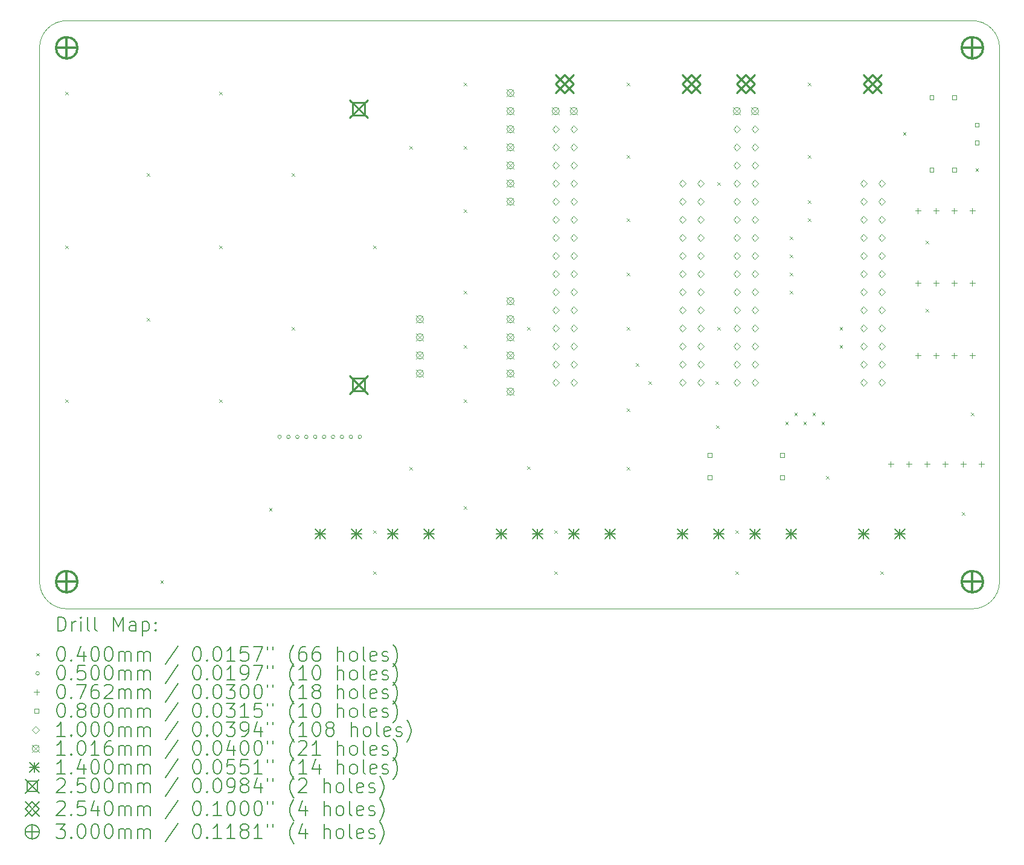
<source format=gbr>
%FSLAX45Y45*%
G04 Gerber Fmt 4.5, Leading zero omitted, Abs format (unit mm)*
G04 Created by KiCad (PCBNEW (6.0.2-0)) date 2022-04-17 22:51:51*
%MOMM*%
%LPD*%
G01*
G04 APERTURE LIST*
%TA.AperFunction,Profile*%
%ADD10C,0.050000*%
%TD*%
%ADD11C,0.200000*%
%ADD12C,0.040000*%
%ADD13C,0.050000*%
%ADD14C,0.076200*%
%ADD15C,0.080000*%
%ADD16C,0.100000*%
%ADD17C,0.101600*%
%ADD18C,0.140000*%
%ADD19C,0.250000*%
%ADD20C,0.254000*%
%ADD21C,0.300000*%
G04 APERTURE END LIST*
D10*
X8763000Y-13589000D02*
X8763000Y-6096000D01*
X8763000Y-13589000D02*
G75*
G03*
X9144000Y-13970000I381000J0D01*
G01*
X22225000Y-6096000D02*
X22225000Y-13589000D01*
X9144000Y-13970000D02*
X21844000Y-13970000D01*
X9144000Y-5715000D02*
X21844000Y-5715000D01*
X22225000Y-6096000D02*
G75*
G03*
X21844000Y-5715000I-381000J0D01*
G01*
X21844000Y-13970000D02*
G75*
G03*
X22225000Y-13589000I0J381000D01*
G01*
X9144000Y-5715000D02*
G75*
G03*
X8763000Y-6096000I0J-381000D01*
G01*
D11*
D12*
X9124000Y-6711000D02*
X9164000Y-6751000D01*
X9164000Y-6711000D02*
X9124000Y-6751000D01*
X9124000Y-8870000D02*
X9164000Y-8910000D01*
X9164000Y-8870000D02*
X9124000Y-8910000D01*
X9124000Y-11029000D02*
X9164000Y-11069000D01*
X9164000Y-11029000D02*
X9124000Y-11069000D01*
X10267000Y-7854000D02*
X10307000Y-7894000D01*
X10307000Y-7854000D02*
X10267000Y-7894000D01*
X10267000Y-9886000D02*
X10307000Y-9926000D01*
X10307000Y-9886000D02*
X10267000Y-9926000D01*
X10457500Y-13569000D02*
X10497500Y-13609000D01*
X10497500Y-13569000D02*
X10457500Y-13609000D01*
X11283000Y-6711000D02*
X11323000Y-6751000D01*
X11323000Y-6711000D02*
X11283000Y-6751000D01*
X11283000Y-8870000D02*
X11323000Y-8910000D01*
X11323000Y-8870000D02*
X11283000Y-8910000D01*
X11283000Y-11029000D02*
X11323000Y-11069000D01*
X11323000Y-11029000D02*
X11283000Y-11069000D01*
X11981500Y-12553000D02*
X12021500Y-12593000D01*
X12021500Y-12553000D02*
X11981500Y-12593000D01*
X12299000Y-7854000D02*
X12339000Y-7894000D01*
X12339000Y-7854000D02*
X12299000Y-7894000D01*
X12299000Y-10013000D02*
X12339000Y-10053000D01*
X12339000Y-10013000D02*
X12299000Y-10053000D01*
X13442000Y-8870000D02*
X13482000Y-8910000D01*
X13482000Y-8870000D02*
X13442000Y-8910000D01*
X13442000Y-12870500D02*
X13482000Y-12910500D01*
X13482000Y-12870500D02*
X13442000Y-12910500D01*
X13442000Y-13442000D02*
X13482000Y-13482000D01*
X13482000Y-13442000D02*
X13442000Y-13482000D01*
X13950000Y-7473000D02*
X13990000Y-7513000D01*
X13990000Y-7473000D02*
X13950000Y-7513000D01*
X13950000Y-11981500D02*
X13990000Y-12021500D01*
X13990000Y-11981500D02*
X13950000Y-12021500D01*
X14712000Y-6584000D02*
X14752000Y-6624000D01*
X14752000Y-6584000D02*
X14712000Y-6624000D01*
X14712000Y-7473000D02*
X14752000Y-7513000D01*
X14752000Y-7473000D02*
X14712000Y-7513000D01*
X14712000Y-8362000D02*
X14752000Y-8402000D01*
X14752000Y-8362000D02*
X14712000Y-8402000D01*
X14712000Y-9505000D02*
X14752000Y-9545000D01*
X14752000Y-9505000D02*
X14712000Y-9545000D01*
X14712000Y-10267000D02*
X14752000Y-10307000D01*
X14752000Y-10267000D02*
X14712000Y-10307000D01*
X14712000Y-11029000D02*
X14752000Y-11069000D01*
X14752000Y-11029000D02*
X14712000Y-11069000D01*
X14712000Y-12527600D02*
X14752000Y-12567600D01*
X14752000Y-12527600D02*
X14712000Y-12567600D01*
X15601000Y-10013000D02*
X15641000Y-10053000D01*
X15641000Y-10013000D02*
X15601000Y-10053000D01*
X15601000Y-11968800D02*
X15641000Y-12008800D01*
X15641000Y-11968800D02*
X15601000Y-12008800D01*
X15982000Y-12870500D02*
X16022000Y-12910500D01*
X16022000Y-12870500D02*
X15982000Y-12910500D01*
X15982000Y-13442000D02*
X16022000Y-13482000D01*
X16022000Y-13442000D02*
X15982000Y-13482000D01*
X16998000Y-6584000D02*
X17038000Y-6624000D01*
X17038000Y-6584000D02*
X16998000Y-6624000D01*
X16998000Y-7600000D02*
X17038000Y-7640000D01*
X17038000Y-7600000D02*
X16998000Y-7640000D01*
X16998000Y-8489000D02*
X17038000Y-8529000D01*
X17038000Y-8489000D02*
X16998000Y-8529000D01*
X16998000Y-9251000D02*
X17038000Y-9291000D01*
X17038000Y-9251000D02*
X16998000Y-9291000D01*
X16998000Y-10013000D02*
X17038000Y-10053000D01*
X17038000Y-10013000D02*
X16998000Y-10053000D01*
X16998000Y-11156000D02*
X17038000Y-11196000D01*
X17038000Y-11156000D02*
X16998000Y-11196000D01*
X16998000Y-11981500D02*
X17038000Y-12021500D01*
X17038000Y-11981500D02*
X16998000Y-12021500D01*
X17125000Y-10521000D02*
X17165000Y-10561000D01*
X17165000Y-10521000D02*
X17125000Y-10561000D01*
X17302800Y-10775000D02*
X17342800Y-10815000D01*
X17342800Y-10775000D02*
X17302800Y-10815000D01*
X18242600Y-10775000D02*
X18282600Y-10815000D01*
X18282600Y-10775000D02*
X18242600Y-10815000D01*
X18249485Y-11393230D02*
X18289485Y-11433230D01*
X18289485Y-11393230D02*
X18249485Y-11433230D01*
X18268000Y-7981000D02*
X18308000Y-8021000D01*
X18308000Y-7981000D02*
X18268000Y-8021000D01*
X18268000Y-10013000D02*
X18308000Y-10053000D01*
X18308000Y-10013000D02*
X18268000Y-10053000D01*
X18522000Y-12870500D02*
X18562000Y-12910500D01*
X18562000Y-12870500D02*
X18522000Y-12910500D01*
X18522000Y-13442000D02*
X18562000Y-13482000D01*
X18562000Y-13442000D02*
X18522000Y-13482000D01*
X19220500Y-11346500D02*
X19260500Y-11386500D01*
X19260500Y-11346500D02*
X19220500Y-11386500D01*
X19284000Y-8743000D02*
X19324000Y-8783000D01*
X19324000Y-8743000D02*
X19284000Y-8783000D01*
X19284000Y-8997000D02*
X19324000Y-9037000D01*
X19324000Y-8997000D02*
X19284000Y-9037000D01*
X19284000Y-9251000D02*
X19324000Y-9291000D01*
X19324000Y-9251000D02*
X19284000Y-9291000D01*
X19284000Y-9505000D02*
X19324000Y-9545000D01*
X19324000Y-9505000D02*
X19284000Y-9545000D01*
X19347500Y-11219500D02*
X19387500Y-11259500D01*
X19387500Y-11219500D02*
X19347500Y-11259500D01*
X19474500Y-11346500D02*
X19514500Y-11386500D01*
X19514500Y-11346500D02*
X19474500Y-11386500D01*
X19538000Y-6584000D02*
X19578000Y-6624000D01*
X19578000Y-6584000D02*
X19538000Y-6624000D01*
X19538000Y-7600000D02*
X19578000Y-7640000D01*
X19578000Y-7600000D02*
X19538000Y-7640000D01*
X19538000Y-8235000D02*
X19578000Y-8275000D01*
X19578000Y-8235000D02*
X19538000Y-8275000D01*
X19538000Y-8489000D02*
X19578000Y-8529000D01*
X19578000Y-8489000D02*
X19538000Y-8529000D01*
X19601500Y-11219500D02*
X19641500Y-11259500D01*
X19641500Y-11219500D02*
X19601500Y-11259500D01*
X19728500Y-11346500D02*
X19768500Y-11386500D01*
X19768500Y-11346500D02*
X19728500Y-11386500D01*
X19792000Y-12108500D02*
X19832000Y-12148500D01*
X19832000Y-12108500D02*
X19792000Y-12148500D01*
X19982500Y-10013000D02*
X20022500Y-10053000D01*
X20022500Y-10013000D02*
X19982500Y-10053000D01*
X19982500Y-10267000D02*
X20022500Y-10307000D01*
X20022500Y-10267000D02*
X19982500Y-10307000D01*
X20554000Y-13442000D02*
X20594000Y-13482000D01*
X20594000Y-13442000D02*
X20554000Y-13482000D01*
X20871500Y-7282500D02*
X20911500Y-7322500D01*
X20911500Y-7282500D02*
X20871500Y-7322500D01*
X21189000Y-8806500D02*
X21229000Y-8846500D01*
X21229000Y-8806500D02*
X21189000Y-8846500D01*
X21189000Y-9759000D02*
X21229000Y-9799000D01*
X21229000Y-9759000D02*
X21189000Y-9799000D01*
X21697000Y-12616500D02*
X21737000Y-12656500D01*
X21737000Y-12616500D02*
X21697000Y-12656500D01*
X21824000Y-11219500D02*
X21864000Y-11259500D01*
X21864000Y-11219500D02*
X21824000Y-11259500D01*
X21887500Y-7790500D02*
X21927500Y-7830500D01*
X21927500Y-7790500D02*
X21887500Y-7830500D01*
D13*
X12153500Y-11557000D02*
G75*
G03*
X12153500Y-11557000I-25000J0D01*
G01*
X12278500Y-11557000D02*
G75*
G03*
X12278500Y-11557000I-25000J0D01*
G01*
X12403500Y-11557000D02*
G75*
G03*
X12403500Y-11557000I-25000J0D01*
G01*
X12528500Y-11557000D02*
G75*
G03*
X12528500Y-11557000I-25000J0D01*
G01*
X12653500Y-11557000D02*
G75*
G03*
X12653500Y-11557000I-25000J0D01*
G01*
X12778500Y-11557000D02*
G75*
G03*
X12778500Y-11557000I-25000J0D01*
G01*
X12903500Y-11557000D02*
G75*
G03*
X12903500Y-11557000I-25000J0D01*
G01*
X13028500Y-11557000D02*
G75*
G03*
X13028500Y-11557000I-25000J0D01*
G01*
X13153500Y-11557000D02*
G75*
G03*
X13153500Y-11557000I-25000J0D01*
G01*
X13278500Y-11557000D02*
G75*
G03*
X13278500Y-11557000I-25000J0D01*
G01*
D14*
X20701000Y-11899900D02*
X20701000Y-11976100D01*
X20662900Y-11938000D02*
X20739100Y-11938000D01*
X20955000Y-11899900D02*
X20955000Y-11976100D01*
X20916900Y-11938000D02*
X20993100Y-11938000D01*
X21082000Y-8343900D02*
X21082000Y-8420100D01*
X21043900Y-8382000D02*
X21120100Y-8382000D01*
X21082000Y-9359900D02*
X21082000Y-9436100D01*
X21043900Y-9398000D02*
X21120100Y-9398000D01*
X21082000Y-10375900D02*
X21082000Y-10452100D01*
X21043900Y-10414000D02*
X21120100Y-10414000D01*
X21209000Y-11899900D02*
X21209000Y-11976100D01*
X21170900Y-11938000D02*
X21247100Y-11938000D01*
X21336000Y-8343900D02*
X21336000Y-8420100D01*
X21297900Y-8382000D02*
X21374100Y-8382000D01*
X21336000Y-9359900D02*
X21336000Y-9436100D01*
X21297900Y-9398000D02*
X21374100Y-9398000D01*
X21336000Y-10375900D02*
X21336000Y-10452100D01*
X21297900Y-10414000D02*
X21374100Y-10414000D01*
X21463000Y-11899900D02*
X21463000Y-11976100D01*
X21424900Y-11938000D02*
X21501100Y-11938000D01*
X21590000Y-8343900D02*
X21590000Y-8420100D01*
X21551900Y-8382000D02*
X21628100Y-8382000D01*
X21590000Y-9359900D02*
X21590000Y-9436100D01*
X21551900Y-9398000D02*
X21628100Y-9398000D01*
X21590000Y-10375900D02*
X21590000Y-10452100D01*
X21551900Y-10414000D02*
X21628100Y-10414000D01*
X21717000Y-11899900D02*
X21717000Y-11976100D01*
X21678900Y-11938000D02*
X21755100Y-11938000D01*
X21844000Y-8343900D02*
X21844000Y-8420100D01*
X21805900Y-8382000D02*
X21882100Y-8382000D01*
X21844000Y-9359900D02*
X21844000Y-9436100D01*
X21805900Y-9398000D02*
X21882100Y-9398000D01*
X21844000Y-10375900D02*
X21844000Y-10452100D01*
X21805900Y-10414000D02*
X21882100Y-10414000D01*
X21971000Y-11899900D02*
X21971000Y-11976100D01*
X21932900Y-11938000D02*
X22009100Y-11938000D01*
D15*
X18189285Y-11839284D02*
X18189285Y-11782715D01*
X18132716Y-11782715D01*
X18132716Y-11839284D01*
X18189285Y-11839284D01*
X18189285Y-12156784D02*
X18189285Y-12100215D01*
X18132716Y-12100215D01*
X18132716Y-12156784D01*
X18189285Y-12156784D01*
X19205285Y-11839284D02*
X19205285Y-11782715D01*
X19148716Y-11782715D01*
X19148716Y-11839284D01*
X19205285Y-11839284D01*
X19205285Y-12156784D02*
X19205285Y-12100215D01*
X19148716Y-12100215D01*
X19148716Y-12156784D01*
X19205285Y-12156784D01*
X21300785Y-6820784D02*
X21300785Y-6764215D01*
X21244216Y-6764215D01*
X21244216Y-6820784D01*
X21300785Y-6820784D01*
X21300785Y-7836784D02*
X21300785Y-7780215D01*
X21244216Y-7780215D01*
X21244216Y-7836784D01*
X21300785Y-7836784D01*
X21618285Y-6820784D02*
X21618285Y-6764215D01*
X21561716Y-6764215D01*
X21561716Y-6820784D01*
X21618285Y-6820784D01*
X21618285Y-7836784D02*
X21618285Y-7780215D01*
X21561716Y-7780215D01*
X21561716Y-7836784D01*
X21618285Y-7836784D01*
X21935785Y-7205784D02*
X21935785Y-7149215D01*
X21879216Y-7149215D01*
X21879216Y-7205784D01*
X21935785Y-7205784D01*
X21935785Y-7455784D02*
X21935785Y-7399215D01*
X21879216Y-7399215D01*
X21879216Y-7455784D01*
X21935785Y-7455784D01*
D16*
X16002000Y-7289000D02*
X16052000Y-7239000D01*
X16002000Y-7189000D01*
X15952000Y-7239000D01*
X16002000Y-7289000D01*
X16002000Y-7543000D02*
X16052000Y-7493000D01*
X16002000Y-7443000D01*
X15952000Y-7493000D01*
X16002000Y-7543000D01*
X16002000Y-7797000D02*
X16052000Y-7747000D01*
X16002000Y-7697000D01*
X15952000Y-7747000D01*
X16002000Y-7797000D01*
X16002000Y-8051000D02*
X16052000Y-8001000D01*
X16002000Y-7951000D01*
X15952000Y-8001000D01*
X16002000Y-8051000D01*
X16002000Y-8305000D02*
X16052000Y-8255000D01*
X16002000Y-8205000D01*
X15952000Y-8255000D01*
X16002000Y-8305000D01*
X16002000Y-8559000D02*
X16052000Y-8509000D01*
X16002000Y-8459000D01*
X15952000Y-8509000D01*
X16002000Y-8559000D01*
X16002000Y-8813000D02*
X16052000Y-8763000D01*
X16002000Y-8713000D01*
X15952000Y-8763000D01*
X16002000Y-8813000D01*
X16002000Y-9067000D02*
X16052000Y-9017000D01*
X16002000Y-8967000D01*
X15952000Y-9017000D01*
X16002000Y-9067000D01*
X16002000Y-9321000D02*
X16052000Y-9271000D01*
X16002000Y-9221000D01*
X15952000Y-9271000D01*
X16002000Y-9321000D01*
X16002000Y-9575000D02*
X16052000Y-9525000D01*
X16002000Y-9475000D01*
X15952000Y-9525000D01*
X16002000Y-9575000D01*
X16002000Y-9829000D02*
X16052000Y-9779000D01*
X16002000Y-9729000D01*
X15952000Y-9779000D01*
X16002000Y-9829000D01*
X16002000Y-10083000D02*
X16052000Y-10033000D01*
X16002000Y-9983000D01*
X15952000Y-10033000D01*
X16002000Y-10083000D01*
X16002000Y-10337000D02*
X16052000Y-10287000D01*
X16002000Y-10237000D01*
X15952000Y-10287000D01*
X16002000Y-10337000D01*
X16002000Y-10591000D02*
X16052000Y-10541000D01*
X16002000Y-10491000D01*
X15952000Y-10541000D01*
X16002000Y-10591000D01*
X16002000Y-10845000D02*
X16052000Y-10795000D01*
X16002000Y-10745000D01*
X15952000Y-10795000D01*
X16002000Y-10845000D01*
X16256000Y-7289000D02*
X16306000Y-7239000D01*
X16256000Y-7189000D01*
X16206000Y-7239000D01*
X16256000Y-7289000D01*
X16256000Y-7543000D02*
X16306000Y-7493000D01*
X16256000Y-7443000D01*
X16206000Y-7493000D01*
X16256000Y-7543000D01*
X16256000Y-7797000D02*
X16306000Y-7747000D01*
X16256000Y-7697000D01*
X16206000Y-7747000D01*
X16256000Y-7797000D01*
X16256000Y-8051000D02*
X16306000Y-8001000D01*
X16256000Y-7951000D01*
X16206000Y-8001000D01*
X16256000Y-8051000D01*
X16256000Y-8305000D02*
X16306000Y-8255000D01*
X16256000Y-8205000D01*
X16206000Y-8255000D01*
X16256000Y-8305000D01*
X16256000Y-8559000D02*
X16306000Y-8509000D01*
X16256000Y-8459000D01*
X16206000Y-8509000D01*
X16256000Y-8559000D01*
X16256000Y-8813000D02*
X16306000Y-8763000D01*
X16256000Y-8713000D01*
X16206000Y-8763000D01*
X16256000Y-8813000D01*
X16256000Y-9067000D02*
X16306000Y-9017000D01*
X16256000Y-8967000D01*
X16206000Y-9017000D01*
X16256000Y-9067000D01*
X16256000Y-9321000D02*
X16306000Y-9271000D01*
X16256000Y-9221000D01*
X16206000Y-9271000D01*
X16256000Y-9321000D01*
X16256000Y-9575000D02*
X16306000Y-9525000D01*
X16256000Y-9475000D01*
X16206000Y-9525000D01*
X16256000Y-9575000D01*
X16256000Y-9829000D02*
X16306000Y-9779000D01*
X16256000Y-9729000D01*
X16206000Y-9779000D01*
X16256000Y-9829000D01*
X16256000Y-10083000D02*
X16306000Y-10033000D01*
X16256000Y-9983000D01*
X16206000Y-10033000D01*
X16256000Y-10083000D01*
X16256000Y-10337000D02*
X16306000Y-10287000D01*
X16256000Y-10237000D01*
X16206000Y-10287000D01*
X16256000Y-10337000D01*
X16256000Y-10591000D02*
X16306000Y-10541000D01*
X16256000Y-10491000D01*
X16206000Y-10541000D01*
X16256000Y-10591000D01*
X16256000Y-10845000D02*
X16306000Y-10795000D01*
X16256000Y-10745000D01*
X16206000Y-10795000D01*
X16256000Y-10845000D01*
X17780000Y-8051000D02*
X17830000Y-8001000D01*
X17780000Y-7951000D01*
X17730000Y-8001000D01*
X17780000Y-8051000D01*
X17780000Y-8305000D02*
X17830000Y-8255000D01*
X17780000Y-8205000D01*
X17730000Y-8255000D01*
X17780000Y-8305000D01*
X17780000Y-8559000D02*
X17830000Y-8509000D01*
X17780000Y-8459000D01*
X17730000Y-8509000D01*
X17780000Y-8559000D01*
X17780000Y-8813000D02*
X17830000Y-8763000D01*
X17780000Y-8713000D01*
X17730000Y-8763000D01*
X17780000Y-8813000D01*
X17780000Y-9067000D02*
X17830000Y-9017000D01*
X17780000Y-8967000D01*
X17730000Y-9017000D01*
X17780000Y-9067000D01*
X17780000Y-9321000D02*
X17830000Y-9271000D01*
X17780000Y-9221000D01*
X17730000Y-9271000D01*
X17780000Y-9321000D01*
X17780000Y-9575000D02*
X17830000Y-9525000D01*
X17780000Y-9475000D01*
X17730000Y-9525000D01*
X17780000Y-9575000D01*
X17780000Y-9829000D02*
X17830000Y-9779000D01*
X17780000Y-9729000D01*
X17730000Y-9779000D01*
X17780000Y-9829000D01*
X17780000Y-10083000D02*
X17830000Y-10033000D01*
X17780000Y-9983000D01*
X17730000Y-10033000D01*
X17780000Y-10083000D01*
X17780000Y-10337000D02*
X17830000Y-10287000D01*
X17780000Y-10237000D01*
X17730000Y-10287000D01*
X17780000Y-10337000D01*
X17780000Y-10591000D02*
X17830000Y-10541000D01*
X17780000Y-10491000D01*
X17730000Y-10541000D01*
X17780000Y-10591000D01*
X17780000Y-10845000D02*
X17830000Y-10795000D01*
X17780000Y-10745000D01*
X17730000Y-10795000D01*
X17780000Y-10845000D01*
X18034000Y-8051000D02*
X18084000Y-8001000D01*
X18034000Y-7951000D01*
X17984000Y-8001000D01*
X18034000Y-8051000D01*
X18034000Y-8305000D02*
X18084000Y-8255000D01*
X18034000Y-8205000D01*
X17984000Y-8255000D01*
X18034000Y-8305000D01*
X18034000Y-8559000D02*
X18084000Y-8509000D01*
X18034000Y-8459000D01*
X17984000Y-8509000D01*
X18034000Y-8559000D01*
X18034000Y-8813000D02*
X18084000Y-8763000D01*
X18034000Y-8713000D01*
X17984000Y-8763000D01*
X18034000Y-8813000D01*
X18034000Y-9067000D02*
X18084000Y-9017000D01*
X18034000Y-8967000D01*
X17984000Y-9017000D01*
X18034000Y-9067000D01*
X18034000Y-9321000D02*
X18084000Y-9271000D01*
X18034000Y-9221000D01*
X17984000Y-9271000D01*
X18034000Y-9321000D01*
X18034000Y-9575000D02*
X18084000Y-9525000D01*
X18034000Y-9475000D01*
X17984000Y-9525000D01*
X18034000Y-9575000D01*
X18034000Y-9829000D02*
X18084000Y-9779000D01*
X18034000Y-9729000D01*
X17984000Y-9779000D01*
X18034000Y-9829000D01*
X18034000Y-10083000D02*
X18084000Y-10033000D01*
X18034000Y-9983000D01*
X17984000Y-10033000D01*
X18034000Y-10083000D01*
X18034000Y-10337000D02*
X18084000Y-10287000D01*
X18034000Y-10237000D01*
X17984000Y-10287000D01*
X18034000Y-10337000D01*
X18034000Y-10591000D02*
X18084000Y-10541000D01*
X18034000Y-10491000D01*
X17984000Y-10541000D01*
X18034000Y-10591000D01*
X18034000Y-10845000D02*
X18084000Y-10795000D01*
X18034000Y-10745000D01*
X17984000Y-10795000D01*
X18034000Y-10845000D01*
X18542000Y-7289000D02*
X18592000Y-7239000D01*
X18542000Y-7189000D01*
X18492000Y-7239000D01*
X18542000Y-7289000D01*
X18542000Y-7543000D02*
X18592000Y-7493000D01*
X18542000Y-7443000D01*
X18492000Y-7493000D01*
X18542000Y-7543000D01*
X18542000Y-7797000D02*
X18592000Y-7747000D01*
X18542000Y-7697000D01*
X18492000Y-7747000D01*
X18542000Y-7797000D01*
X18542000Y-8051000D02*
X18592000Y-8001000D01*
X18542000Y-7951000D01*
X18492000Y-8001000D01*
X18542000Y-8051000D01*
X18542000Y-8305000D02*
X18592000Y-8255000D01*
X18542000Y-8205000D01*
X18492000Y-8255000D01*
X18542000Y-8305000D01*
X18542000Y-8559000D02*
X18592000Y-8509000D01*
X18542000Y-8459000D01*
X18492000Y-8509000D01*
X18542000Y-8559000D01*
X18542000Y-8813000D02*
X18592000Y-8763000D01*
X18542000Y-8713000D01*
X18492000Y-8763000D01*
X18542000Y-8813000D01*
X18542000Y-9067000D02*
X18592000Y-9017000D01*
X18542000Y-8967000D01*
X18492000Y-9017000D01*
X18542000Y-9067000D01*
X18542000Y-9321000D02*
X18592000Y-9271000D01*
X18542000Y-9221000D01*
X18492000Y-9271000D01*
X18542000Y-9321000D01*
X18542000Y-9575000D02*
X18592000Y-9525000D01*
X18542000Y-9475000D01*
X18492000Y-9525000D01*
X18542000Y-9575000D01*
X18542000Y-9829000D02*
X18592000Y-9779000D01*
X18542000Y-9729000D01*
X18492000Y-9779000D01*
X18542000Y-9829000D01*
X18542000Y-10083000D02*
X18592000Y-10033000D01*
X18542000Y-9983000D01*
X18492000Y-10033000D01*
X18542000Y-10083000D01*
X18542000Y-10337000D02*
X18592000Y-10287000D01*
X18542000Y-10237000D01*
X18492000Y-10287000D01*
X18542000Y-10337000D01*
X18542000Y-10591000D02*
X18592000Y-10541000D01*
X18542000Y-10491000D01*
X18492000Y-10541000D01*
X18542000Y-10591000D01*
X18542000Y-10845000D02*
X18592000Y-10795000D01*
X18542000Y-10745000D01*
X18492000Y-10795000D01*
X18542000Y-10845000D01*
X18796000Y-7289000D02*
X18846000Y-7239000D01*
X18796000Y-7189000D01*
X18746000Y-7239000D01*
X18796000Y-7289000D01*
X18796000Y-7543000D02*
X18846000Y-7493000D01*
X18796000Y-7443000D01*
X18746000Y-7493000D01*
X18796000Y-7543000D01*
X18796000Y-7797000D02*
X18846000Y-7747000D01*
X18796000Y-7697000D01*
X18746000Y-7747000D01*
X18796000Y-7797000D01*
X18796000Y-8051000D02*
X18846000Y-8001000D01*
X18796000Y-7951000D01*
X18746000Y-8001000D01*
X18796000Y-8051000D01*
X18796000Y-8305000D02*
X18846000Y-8255000D01*
X18796000Y-8205000D01*
X18746000Y-8255000D01*
X18796000Y-8305000D01*
X18796000Y-8559000D02*
X18846000Y-8509000D01*
X18796000Y-8459000D01*
X18746000Y-8509000D01*
X18796000Y-8559000D01*
X18796000Y-8813000D02*
X18846000Y-8763000D01*
X18796000Y-8713000D01*
X18746000Y-8763000D01*
X18796000Y-8813000D01*
X18796000Y-9067000D02*
X18846000Y-9017000D01*
X18796000Y-8967000D01*
X18746000Y-9017000D01*
X18796000Y-9067000D01*
X18796000Y-9321000D02*
X18846000Y-9271000D01*
X18796000Y-9221000D01*
X18746000Y-9271000D01*
X18796000Y-9321000D01*
X18796000Y-9575000D02*
X18846000Y-9525000D01*
X18796000Y-9475000D01*
X18746000Y-9525000D01*
X18796000Y-9575000D01*
X18796000Y-9829000D02*
X18846000Y-9779000D01*
X18796000Y-9729000D01*
X18746000Y-9779000D01*
X18796000Y-9829000D01*
X18796000Y-10083000D02*
X18846000Y-10033000D01*
X18796000Y-9983000D01*
X18746000Y-10033000D01*
X18796000Y-10083000D01*
X18796000Y-10337000D02*
X18846000Y-10287000D01*
X18796000Y-10237000D01*
X18746000Y-10287000D01*
X18796000Y-10337000D01*
X18796000Y-10591000D02*
X18846000Y-10541000D01*
X18796000Y-10491000D01*
X18746000Y-10541000D01*
X18796000Y-10591000D01*
X18796000Y-10845000D02*
X18846000Y-10795000D01*
X18796000Y-10745000D01*
X18746000Y-10795000D01*
X18796000Y-10845000D01*
X20320000Y-8051000D02*
X20370000Y-8001000D01*
X20320000Y-7951000D01*
X20270000Y-8001000D01*
X20320000Y-8051000D01*
X20320000Y-8305000D02*
X20370000Y-8255000D01*
X20320000Y-8205000D01*
X20270000Y-8255000D01*
X20320000Y-8305000D01*
X20320000Y-8559000D02*
X20370000Y-8509000D01*
X20320000Y-8459000D01*
X20270000Y-8509000D01*
X20320000Y-8559000D01*
X20320000Y-8813000D02*
X20370000Y-8763000D01*
X20320000Y-8713000D01*
X20270000Y-8763000D01*
X20320000Y-8813000D01*
X20320000Y-9067000D02*
X20370000Y-9017000D01*
X20320000Y-8967000D01*
X20270000Y-9017000D01*
X20320000Y-9067000D01*
X20320000Y-9321000D02*
X20370000Y-9271000D01*
X20320000Y-9221000D01*
X20270000Y-9271000D01*
X20320000Y-9321000D01*
X20320000Y-9575000D02*
X20370000Y-9525000D01*
X20320000Y-9475000D01*
X20270000Y-9525000D01*
X20320000Y-9575000D01*
X20320000Y-9829000D02*
X20370000Y-9779000D01*
X20320000Y-9729000D01*
X20270000Y-9779000D01*
X20320000Y-9829000D01*
X20320000Y-10083000D02*
X20370000Y-10033000D01*
X20320000Y-9983000D01*
X20270000Y-10033000D01*
X20320000Y-10083000D01*
X20320000Y-10337000D02*
X20370000Y-10287000D01*
X20320000Y-10237000D01*
X20270000Y-10287000D01*
X20320000Y-10337000D01*
X20320000Y-10591000D02*
X20370000Y-10541000D01*
X20320000Y-10491000D01*
X20270000Y-10541000D01*
X20320000Y-10591000D01*
X20320000Y-10845000D02*
X20370000Y-10795000D01*
X20320000Y-10745000D01*
X20270000Y-10795000D01*
X20320000Y-10845000D01*
X20574000Y-8051000D02*
X20624000Y-8001000D01*
X20574000Y-7951000D01*
X20524000Y-8001000D01*
X20574000Y-8051000D01*
X20574000Y-8305000D02*
X20624000Y-8255000D01*
X20574000Y-8205000D01*
X20524000Y-8255000D01*
X20574000Y-8305000D01*
X20574000Y-8559000D02*
X20624000Y-8509000D01*
X20574000Y-8459000D01*
X20524000Y-8509000D01*
X20574000Y-8559000D01*
X20574000Y-8813000D02*
X20624000Y-8763000D01*
X20574000Y-8713000D01*
X20524000Y-8763000D01*
X20574000Y-8813000D01*
X20574000Y-9067000D02*
X20624000Y-9017000D01*
X20574000Y-8967000D01*
X20524000Y-9017000D01*
X20574000Y-9067000D01*
X20574000Y-9321000D02*
X20624000Y-9271000D01*
X20574000Y-9221000D01*
X20524000Y-9271000D01*
X20574000Y-9321000D01*
X20574000Y-9575000D02*
X20624000Y-9525000D01*
X20574000Y-9475000D01*
X20524000Y-9525000D01*
X20574000Y-9575000D01*
X20574000Y-9829000D02*
X20624000Y-9779000D01*
X20574000Y-9729000D01*
X20524000Y-9779000D01*
X20574000Y-9829000D01*
X20574000Y-10083000D02*
X20624000Y-10033000D01*
X20574000Y-9983000D01*
X20524000Y-10033000D01*
X20574000Y-10083000D01*
X20574000Y-10337000D02*
X20624000Y-10287000D01*
X20574000Y-10237000D01*
X20524000Y-10287000D01*
X20574000Y-10337000D01*
X20574000Y-10591000D02*
X20624000Y-10541000D01*
X20574000Y-10491000D01*
X20524000Y-10541000D01*
X20574000Y-10591000D01*
X20574000Y-10845000D02*
X20624000Y-10795000D01*
X20574000Y-10745000D01*
X20524000Y-10795000D01*
X20574000Y-10845000D01*
D17*
X14046200Y-9855200D02*
X14147800Y-9956800D01*
X14147800Y-9855200D02*
X14046200Y-9956800D01*
X14147800Y-9906000D02*
G75*
G03*
X14147800Y-9906000I-50800J0D01*
G01*
X14046200Y-10109200D02*
X14147800Y-10210800D01*
X14147800Y-10109200D02*
X14046200Y-10210800D01*
X14147800Y-10160000D02*
G75*
G03*
X14147800Y-10160000I-50800J0D01*
G01*
X14046200Y-10363200D02*
X14147800Y-10464800D01*
X14147800Y-10363200D02*
X14046200Y-10464800D01*
X14147800Y-10414000D02*
G75*
G03*
X14147800Y-10414000I-50800J0D01*
G01*
X14046200Y-10617200D02*
X14147800Y-10718800D01*
X14147800Y-10617200D02*
X14046200Y-10718800D01*
X14147800Y-10668000D02*
G75*
G03*
X14147800Y-10668000I-50800J0D01*
G01*
X15316200Y-6680200D02*
X15417800Y-6781800D01*
X15417800Y-6680200D02*
X15316200Y-6781800D01*
X15417800Y-6731000D02*
G75*
G03*
X15417800Y-6731000I-50800J0D01*
G01*
X15316200Y-6934200D02*
X15417800Y-7035800D01*
X15417800Y-6934200D02*
X15316200Y-7035800D01*
X15417800Y-6985000D02*
G75*
G03*
X15417800Y-6985000I-50800J0D01*
G01*
X15316200Y-7188200D02*
X15417800Y-7289800D01*
X15417800Y-7188200D02*
X15316200Y-7289800D01*
X15417800Y-7239000D02*
G75*
G03*
X15417800Y-7239000I-50800J0D01*
G01*
X15316200Y-7442200D02*
X15417800Y-7543800D01*
X15417800Y-7442200D02*
X15316200Y-7543800D01*
X15417800Y-7493000D02*
G75*
G03*
X15417800Y-7493000I-50800J0D01*
G01*
X15316200Y-7696200D02*
X15417800Y-7797800D01*
X15417800Y-7696200D02*
X15316200Y-7797800D01*
X15417800Y-7747000D02*
G75*
G03*
X15417800Y-7747000I-50800J0D01*
G01*
X15316200Y-7950200D02*
X15417800Y-8051800D01*
X15417800Y-7950200D02*
X15316200Y-8051800D01*
X15417800Y-8001000D02*
G75*
G03*
X15417800Y-8001000I-50800J0D01*
G01*
X15316200Y-8204200D02*
X15417800Y-8305800D01*
X15417800Y-8204200D02*
X15316200Y-8305800D01*
X15417800Y-8255000D02*
G75*
G03*
X15417800Y-8255000I-50800J0D01*
G01*
X15316200Y-9601200D02*
X15417800Y-9702800D01*
X15417800Y-9601200D02*
X15316200Y-9702800D01*
X15417800Y-9652000D02*
G75*
G03*
X15417800Y-9652000I-50800J0D01*
G01*
X15316200Y-9855200D02*
X15417800Y-9956800D01*
X15417800Y-9855200D02*
X15316200Y-9956800D01*
X15417800Y-9906000D02*
G75*
G03*
X15417800Y-9906000I-50800J0D01*
G01*
X15316200Y-10109200D02*
X15417800Y-10210800D01*
X15417800Y-10109200D02*
X15316200Y-10210800D01*
X15417800Y-10160000D02*
G75*
G03*
X15417800Y-10160000I-50800J0D01*
G01*
X15316200Y-10363200D02*
X15417800Y-10464800D01*
X15417800Y-10363200D02*
X15316200Y-10464800D01*
X15417800Y-10414000D02*
G75*
G03*
X15417800Y-10414000I-50800J0D01*
G01*
X15316200Y-10617200D02*
X15417800Y-10718800D01*
X15417800Y-10617200D02*
X15316200Y-10718800D01*
X15417800Y-10668000D02*
G75*
G03*
X15417800Y-10668000I-50800J0D01*
G01*
X15316200Y-10871200D02*
X15417800Y-10972800D01*
X15417800Y-10871200D02*
X15316200Y-10972800D01*
X15417800Y-10922000D02*
G75*
G03*
X15417800Y-10922000I-50800J0D01*
G01*
X15951200Y-6934200D02*
X16052800Y-7035800D01*
X16052800Y-6934200D02*
X15951200Y-7035800D01*
X16052800Y-6985000D02*
G75*
G03*
X16052800Y-6985000I-50800J0D01*
G01*
X16205200Y-6934200D02*
X16306800Y-7035800D01*
X16306800Y-6934200D02*
X16205200Y-7035800D01*
X16306800Y-6985000D02*
G75*
G03*
X16306800Y-6985000I-50800J0D01*
G01*
X18491200Y-6934200D02*
X18592800Y-7035800D01*
X18592800Y-6934200D02*
X18491200Y-7035800D01*
X18592800Y-6985000D02*
G75*
G03*
X18592800Y-6985000I-50800J0D01*
G01*
X18745200Y-6934200D02*
X18846800Y-7035800D01*
X18846800Y-6934200D02*
X18745200Y-7035800D01*
X18846800Y-6985000D02*
G75*
G03*
X18846800Y-6985000I-50800J0D01*
G01*
D18*
X12630000Y-12849150D02*
X12770000Y-12989150D01*
X12770000Y-12849150D02*
X12630000Y-12989150D01*
X12700000Y-12849150D02*
X12700000Y-12989150D01*
X12630000Y-12919150D02*
X12770000Y-12919150D01*
X13138000Y-12849150D02*
X13278000Y-12989150D01*
X13278000Y-12849150D02*
X13138000Y-12989150D01*
X13208000Y-12849150D02*
X13208000Y-12989150D01*
X13138000Y-12919150D02*
X13278000Y-12919150D01*
X13646000Y-12849150D02*
X13786000Y-12989150D01*
X13786000Y-12849150D02*
X13646000Y-12989150D01*
X13716000Y-12849150D02*
X13716000Y-12989150D01*
X13646000Y-12919150D02*
X13786000Y-12919150D01*
X14154000Y-12849150D02*
X14294000Y-12989150D01*
X14294000Y-12849150D02*
X14154000Y-12989150D01*
X14224000Y-12849150D02*
X14224000Y-12989150D01*
X14154000Y-12919150D02*
X14294000Y-12919150D01*
X15170000Y-12849150D02*
X15310000Y-12989150D01*
X15310000Y-12849150D02*
X15170000Y-12989150D01*
X15240000Y-12849150D02*
X15240000Y-12989150D01*
X15170000Y-12919150D02*
X15310000Y-12919150D01*
X15678000Y-12849150D02*
X15818000Y-12989150D01*
X15818000Y-12849150D02*
X15678000Y-12989150D01*
X15748000Y-12849150D02*
X15748000Y-12989150D01*
X15678000Y-12919150D02*
X15818000Y-12919150D01*
X16186000Y-12849150D02*
X16326000Y-12989150D01*
X16326000Y-12849150D02*
X16186000Y-12989150D01*
X16256000Y-12849150D02*
X16256000Y-12989150D01*
X16186000Y-12919150D02*
X16326000Y-12919150D01*
X16694000Y-12849150D02*
X16834000Y-12989150D01*
X16834000Y-12849150D02*
X16694000Y-12989150D01*
X16764000Y-12849150D02*
X16764000Y-12989150D01*
X16694000Y-12919150D02*
X16834000Y-12919150D01*
X17710000Y-12849150D02*
X17850000Y-12989150D01*
X17850000Y-12849150D02*
X17710000Y-12989150D01*
X17780000Y-12849150D02*
X17780000Y-12989150D01*
X17710000Y-12919150D02*
X17850000Y-12919150D01*
X18218000Y-12849150D02*
X18358000Y-12989150D01*
X18358000Y-12849150D02*
X18218000Y-12989150D01*
X18288000Y-12849150D02*
X18288000Y-12989150D01*
X18218000Y-12919150D02*
X18358000Y-12919150D01*
X18726000Y-12849150D02*
X18866000Y-12989150D01*
X18866000Y-12849150D02*
X18726000Y-12989150D01*
X18796000Y-12849150D02*
X18796000Y-12989150D01*
X18726000Y-12919150D02*
X18866000Y-12919150D01*
X19234000Y-12849150D02*
X19374000Y-12989150D01*
X19374000Y-12849150D02*
X19234000Y-12989150D01*
X19304000Y-12849150D02*
X19304000Y-12989150D01*
X19234000Y-12919150D02*
X19374000Y-12919150D01*
X20250000Y-12849150D02*
X20390000Y-12989150D01*
X20390000Y-12849150D02*
X20250000Y-12989150D01*
X20320000Y-12849150D02*
X20320000Y-12989150D01*
X20250000Y-12919150D02*
X20390000Y-12919150D01*
X20758000Y-12849150D02*
X20898000Y-12989150D01*
X20898000Y-12849150D02*
X20758000Y-12989150D01*
X20828000Y-12849150D02*
X20828000Y-12989150D01*
X20758000Y-12919150D02*
X20898000Y-12919150D01*
D19*
X13113000Y-6830000D02*
X13363000Y-7080000D01*
X13363000Y-6830000D02*
X13113000Y-7080000D01*
X13326389Y-7043389D02*
X13326389Y-6866611D01*
X13149611Y-6866611D01*
X13149611Y-7043389D01*
X13326389Y-7043389D01*
X13113000Y-10700000D02*
X13363000Y-10950000D01*
X13363000Y-10700000D02*
X13113000Y-10950000D01*
X13326389Y-10913389D02*
X13326389Y-10736611D01*
X13149611Y-10736611D01*
X13149611Y-10913389D01*
X13326389Y-10913389D01*
D20*
X16002000Y-6477000D02*
X16256000Y-6731000D01*
X16256000Y-6477000D02*
X16002000Y-6731000D01*
X16129000Y-6731000D02*
X16256000Y-6604000D01*
X16129000Y-6477000D01*
X16002000Y-6604000D01*
X16129000Y-6731000D01*
X17780000Y-6477000D02*
X18034000Y-6731000D01*
X18034000Y-6477000D02*
X17780000Y-6731000D01*
X17907000Y-6731000D02*
X18034000Y-6604000D01*
X17907000Y-6477000D01*
X17780000Y-6604000D01*
X17907000Y-6731000D01*
X18542000Y-6477000D02*
X18796000Y-6731000D01*
X18796000Y-6477000D02*
X18542000Y-6731000D01*
X18669000Y-6731000D02*
X18796000Y-6604000D01*
X18669000Y-6477000D01*
X18542000Y-6604000D01*
X18669000Y-6731000D01*
X20320000Y-6477000D02*
X20574000Y-6731000D01*
X20574000Y-6477000D02*
X20320000Y-6731000D01*
X20447000Y-6731000D02*
X20574000Y-6604000D01*
X20447000Y-6477000D01*
X20320000Y-6604000D01*
X20447000Y-6731000D01*
D21*
X9144000Y-5946000D02*
X9144000Y-6246000D01*
X8994000Y-6096000D02*
X9294000Y-6096000D01*
X9294000Y-6096000D02*
G75*
G03*
X9294000Y-6096000I-150000J0D01*
G01*
X9144000Y-13439000D02*
X9144000Y-13739000D01*
X8994000Y-13589000D02*
X9294000Y-13589000D01*
X9294000Y-13589000D02*
G75*
G03*
X9294000Y-13589000I-150000J0D01*
G01*
X21844000Y-5946000D02*
X21844000Y-6246000D01*
X21694000Y-6096000D02*
X21994000Y-6096000D01*
X21994000Y-6096000D02*
G75*
G03*
X21994000Y-6096000I-150000J0D01*
G01*
X21844000Y-13439000D02*
X21844000Y-13739000D01*
X21694000Y-13589000D02*
X21994000Y-13589000D01*
X21994000Y-13589000D02*
G75*
G03*
X21994000Y-13589000I-150000J0D01*
G01*
D11*
X9018119Y-14282976D02*
X9018119Y-14082976D01*
X9065738Y-14082976D01*
X9094310Y-14092500D01*
X9113357Y-14111548D01*
X9122881Y-14130595D01*
X9132405Y-14168690D01*
X9132405Y-14197262D01*
X9122881Y-14235357D01*
X9113357Y-14254405D01*
X9094310Y-14273452D01*
X9065738Y-14282976D01*
X9018119Y-14282976D01*
X9218119Y-14282976D02*
X9218119Y-14149643D01*
X9218119Y-14187738D02*
X9227643Y-14168690D01*
X9237167Y-14159167D01*
X9256214Y-14149643D01*
X9275262Y-14149643D01*
X9341929Y-14282976D02*
X9341929Y-14149643D01*
X9341929Y-14082976D02*
X9332405Y-14092500D01*
X9341929Y-14102024D01*
X9351452Y-14092500D01*
X9341929Y-14082976D01*
X9341929Y-14102024D01*
X9465738Y-14282976D02*
X9446690Y-14273452D01*
X9437167Y-14254405D01*
X9437167Y-14082976D01*
X9570500Y-14282976D02*
X9551452Y-14273452D01*
X9541929Y-14254405D01*
X9541929Y-14082976D01*
X9799071Y-14282976D02*
X9799071Y-14082976D01*
X9865738Y-14225833D01*
X9932405Y-14082976D01*
X9932405Y-14282976D01*
X10113357Y-14282976D02*
X10113357Y-14178214D01*
X10103833Y-14159167D01*
X10084786Y-14149643D01*
X10046690Y-14149643D01*
X10027643Y-14159167D01*
X10113357Y-14273452D02*
X10094310Y-14282976D01*
X10046690Y-14282976D01*
X10027643Y-14273452D01*
X10018119Y-14254405D01*
X10018119Y-14235357D01*
X10027643Y-14216309D01*
X10046690Y-14206786D01*
X10094310Y-14206786D01*
X10113357Y-14197262D01*
X10208595Y-14149643D02*
X10208595Y-14349643D01*
X10208595Y-14159167D02*
X10227643Y-14149643D01*
X10265738Y-14149643D01*
X10284786Y-14159167D01*
X10294310Y-14168690D01*
X10303833Y-14187738D01*
X10303833Y-14244881D01*
X10294310Y-14263928D01*
X10284786Y-14273452D01*
X10265738Y-14282976D01*
X10227643Y-14282976D01*
X10208595Y-14273452D01*
X10389548Y-14263928D02*
X10399071Y-14273452D01*
X10389548Y-14282976D01*
X10380024Y-14273452D01*
X10389548Y-14263928D01*
X10389548Y-14282976D01*
X10389548Y-14159167D02*
X10399071Y-14168690D01*
X10389548Y-14178214D01*
X10380024Y-14168690D01*
X10389548Y-14159167D01*
X10389548Y-14178214D01*
D12*
X8720500Y-14592500D02*
X8760500Y-14632500D01*
X8760500Y-14592500D02*
X8720500Y-14632500D01*
D11*
X9056214Y-14502976D02*
X9075262Y-14502976D01*
X9094310Y-14512500D01*
X9103833Y-14522024D01*
X9113357Y-14541071D01*
X9122881Y-14579167D01*
X9122881Y-14626786D01*
X9113357Y-14664881D01*
X9103833Y-14683928D01*
X9094310Y-14693452D01*
X9075262Y-14702976D01*
X9056214Y-14702976D01*
X9037167Y-14693452D01*
X9027643Y-14683928D01*
X9018119Y-14664881D01*
X9008595Y-14626786D01*
X9008595Y-14579167D01*
X9018119Y-14541071D01*
X9027643Y-14522024D01*
X9037167Y-14512500D01*
X9056214Y-14502976D01*
X9208595Y-14683928D02*
X9218119Y-14693452D01*
X9208595Y-14702976D01*
X9199071Y-14693452D01*
X9208595Y-14683928D01*
X9208595Y-14702976D01*
X9389548Y-14569643D02*
X9389548Y-14702976D01*
X9341929Y-14493452D02*
X9294310Y-14636309D01*
X9418119Y-14636309D01*
X9532405Y-14502976D02*
X9551452Y-14502976D01*
X9570500Y-14512500D01*
X9580024Y-14522024D01*
X9589548Y-14541071D01*
X9599071Y-14579167D01*
X9599071Y-14626786D01*
X9589548Y-14664881D01*
X9580024Y-14683928D01*
X9570500Y-14693452D01*
X9551452Y-14702976D01*
X9532405Y-14702976D01*
X9513357Y-14693452D01*
X9503833Y-14683928D01*
X9494310Y-14664881D01*
X9484786Y-14626786D01*
X9484786Y-14579167D01*
X9494310Y-14541071D01*
X9503833Y-14522024D01*
X9513357Y-14512500D01*
X9532405Y-14502976D01*
X9722881Y-14502976D02*
X9741929Y-14502976D01*
X9760976Y-14512500D01*
X9770500Y-14522024D01*
X9780024Y-14541071D01*
X9789548Y-14579167D01*
X9789548Y-14626786D01*
X9780024Y-14664881D01*
X9770500Y-14683928D01*
X9760976Y-14693452D01*
X9741929Y-14702976D01*
X9722881Y-14702976D01*
X9703833Y-14693452D01*
X9694310Y-14683928D01*
X9684786Y-14664881D01*
X9675262Y-14626786D01*
X9675262Y-14579167D01*
X9684786Y-14541071D01*
X9694310Y-14522024D01*
X9703833Y-14512500D01*
X9722881Y-14502976D01*
X9875262Y-14702976D02*
X9875262Y-14569643D01*
X9875262Y-14588690D02*
X9884786Y-14579167D01*
X9903833Y-14569643D01*
X9932405Y-14569643D01*
X9951452Y-14579167D01*
X9960976Y-14598214D01*
X9960976Y-14702976D01*
X9960976Y-14598214D02*
X9970500Y-14579167D01*
X9989548Y-14569643D01*
X10018119Y-14569643D01*
X10037167Y-14579167D01*
X10046690Y-14598214D01*
X10046690Y-14702976D01*
X10141929Y-14702976D02*
X10141929Y-14569643D01*
X10141929Y-14588690D02*
X10151452Y-14579167D01*
X10170500Y-14569643D01*
X10199071Y-14569643D01*
X10218119Y-14579167D01*
X10227643Y-14598214D01*
X10227643Y-14702976D01*
X10227643Y-14598214D02*
X10237167Y-14579167D01*
X10256214Y-14569643D01*
X10284786Y-14569643D01*
X10303833Y-14579167D01*
X10313357Y-14598214D01*
X10313357Y-14702976D01*
X10703833Y-14493452D02*
X10532405Y-14750595D01*
X10960976Y-14502976D02*
X10980024Y-14502976D01*
X10999071Y-14512500D01*
X11008595Y-14522024D01*
X11018119Y-14541071D01*
X11027643Y-14579167D01*
X11027643Y-14626786D01*
X11018119Y-14664881D01*
X11008595Y-14683928D01*
X10999071Y-14693452D01*
X10980024Y-14702976D01*
X10960976Y-14702976D01*
X10941929Y-14693452D01*
X10932405Y-14683928D01*
X10922881Y-14664881D01*
X10913357Y-14626786D01*
X10913357Y-14579167D01*
X10922881Y-14541071D01*
X10932405Y-14522024D01*
X10941929Y-14512500D01*
X10960976Y-14502976D01*
X11113357Y-14683928D02*
X11122881Y-14693452D01*
X11113357Y-14702976D01*
X11103833Y-14693452D01*
X11113357Y-14683928D01*
X11113357Y-14702976D01*
X11246690Y-14502976D02*
X11265738Y-14502976D01*
X11284786Y-14512500D01*
X11294309Y-14522024D01*
X11303833Y-14541071D01*
X11313357Y-14579167D01*
X11313357Y-14626786D01*
X11303833Y-14664881D01*
X11294309Y-14683928D01*
X11284786Y-14693452D01*
X11265738Y-14702976D01*
X11246690Y-14702976D01*
X11227643Y-14693452D01*
X11218119Y-14683928D01*
X11208595Y-14664881D01*
X11199071Y-14626786D01*
X11199071Y-14579167D01*
X11208595Y-14541071D01*
X11218119Y-14522024D01*
X11227643Y-14512500D01*
X11246690Y-14502976D01*
X11503833Y-14702976D02*
X11389548Y-14702976D01*
X11446690Y-14702976D02*
X11446690Y-14502976D01*
X11427643Y-14531548D01*
X11408595Y-14550595D01*
X11389548Y-14560119D01*
X11684786Y-14502976D02*
X11589548Y-14502976D01*
X11580024Y-14598214D01*
X11589548Y-14588690D01*
X11608595Y-14579167D01*
X11656214Y-14579167D01*
X11675262Y-14588690D01*
X11684786Y-14598214D01*
X11694309Y-14617262D01*
X11694309Y-14664881D01*
X11684786Y-14683928D01*
X11675262Y-14693452D01*
X11656214Y-14702976D01*
X11608595Y-14702976D01*
X11589548Y-14693452D01*
X11580024Y-14683928D01*
X11760976Y-14502976D02*
X11894309Y-14502976D01*
X11808595Y-14702976D01*
X11960976Y-14502976D02*
X11960976Y-14541071D01*
X12037167Y-14502976D02*
X12037167Y-14541071D01*
X12332405Y-14779167D02*
X12322881Y-14769643D01*
X12303833Y-14741071D01*
X12294309Y-14722024D01*
X12284786Y-14693452D01*
X12275262Y-14645833D01*
X12275262Y-14607738D01*
X12284786Y-14560119D01*
X12294309Y-14531548D01*
X12303833Y-14512500D01*
X12322881Y-14483928D01*
X12332405Y-14474405D01*
X12494309Y-14502976D02*
X12456214Y-14502976D01*
X12437167Y-14512500D01*
X12427643Y-14522024D01*
X12408595Y-14550595D01*
X12399071Y-14588690D01*
X12399071Y-14664881D01*
X12408595Y-14683928D01*
X12418119Y-14693452D01*
X12437167Y-14702976D01*
X12475262Y-14702976D01*
X12494309Y-14693452D01*
X12503833Y-14683928D01*
X12513357Y-14664881D01*
X12513357Y-14617262D01*
X12503833Y-14598214D01*
X12494309Y-14588690D01*
X12475262Y-14579167D01*
X12437167Y-14579167D01*
X12418119Y-14588690D01*
X12408595Y-14598214D01*
X12399071Y-14617262D01*
X12684786Y-14502976D02*
X12646690Y-14502976D01*
X12627643Y-14512500D01*
X12618119Y-14522024D01*
X12599071Y-14550595D01*
X12589548Y-14588690D01*
X12589548Y-14664881D01*
X12599071Y-14683928D01*
X12608595Y-14693452D01*
X12627643Y-14702976D01*
X12665738Y-14702976D01*
X12684786Y-14693452D01*
X12694309Y-14683928D01*
X12703833Y-14664881D01*
X12703833Y-14617262D01*
X12694309Y-14598214D01*
X12684786Y-14588690D01*
X12665738Y-14579167D01*
X12627643Y-14579167D01*
X12608595Y-14588690D01*
X12599071Y-14598214D01*
X12589548Y-14617262D01*
X12941928Y-14702976D02*
X12941928Y-14502976D01*
X13027643Y-14702976D02*
X13027643Y-14598214D01*
X13018119Y-14579167D01*
X12999071Y-14569643D01*
X12970500Y-14569643D01*
X12951452Y-14579167D01*
X12941928Y-14588690D01*
X13151452Y-14702976D02*
X13132405Y-14693452D01*
X13122881Y-14683928D01*
X13113357Y-14664881D01*
X13113357Y-14607738D01*
X13122881Y-14588690D01*
X13132405Y-14579167D01*
X13151452Y-14569643D01*
X13180024Y-14569643D01*
X13199071Y-14579167D01*
X13208595Y-14588690D01*
X13218119Y-14607738D01*
X13218119Y-14664881D01*
X13208595Y-14683928D01*
X13199071Y-14693452D01*
X13180024Y-14702976D01*
X13151452Y-14702976D01*
X13332405Y-14702976D02*
X13313357Y-14693452D01*
X13303833Y-14674405D01*
X13303833Y-14502976D01*
X13484786Y-14693452D02*
X13465738Y-14702976D01*
X13427643Y-14702976D01*
X13408595Y-14693452D01*
X13399071Y-14674405D01*
X13399071Y-14598214D01*
X13408595Y-14579167D01*
X13427643Y-14569643D01*
X13465738Y-14569643D01*
X13484786Y-14579167D01*
X13494309Y-14598214D01*
X13494309Y-14617262D01*
X13399071Y-14636309D01*
X13570500Y-14693452D02*
X13589548Y-14702976D01*
X13627643Y-14702976D01*
X13646690Y-14693452D01*
X13656214Y-14674405D01*
X13656214Y-14664881D01*
X13646690Y-14645833D01*
X13627643Y-14636309D01*
X13599071Y-14636309D01*
X13580024Y-14626786D01*
X13570500Y-14607738D01*
X13570500Y-14598214D01*
X13580024Y-14579167D01*
X13599071Y-14569643D01*
X13627643Y-14569643D01*
X13646690Y-14579167D01*
X13722881Y-14779167D02*
X13732405Y-14769643D01*
X13751452Y-14741071D01*
X13760976Y-14722024D01*
X13770500Y-14693452D01*
X13780024Y-14645833D01*
X13780024Y-14607738D01*
X13770500Y-14560119D01*
X13760976Y-14531548D01*
X13751452Y-14512500D01*
X13732405Y-14483928D01*
X13722881Y-14474405D01*
D13*
X8760500Y-14876500D02*
G75*
G03*
X8760500Y-14876500I-25000J0D01*
G01*
D11*
X9056214Y-14766976D02*
X9075262Y-14766976D01*
X9094310Y-14776500D01*
X9103833Y-14786024D01*
X9113357Y-14805071D01*
X9122881Y-14843167D01*
X9122881Y-14890786D01*
X9113357Y-14928881D01*
X9103833Y-14947928D01*
X9094310Y-14957452D01*
X9075262Y-14966976D01*
X9056214Y-14966976D01*
X9037167Y-14957452D01*
X9027643Y-14947928D01*
X9018119Y-14928881D01*
X9008595Y-14890786D01*
X9008595Y-14843167D01*
X9018119Y-14805071D01*
X9027643Y-14786024D01*
X9037167Y-14776500D01*
X9056214Y-14766976D01*
X9208595Y-14947928D02*
X9218119Y-14957452D01*
X9208595Y-14966976D01*
X9199071Y-14957452D01*
X9208595Y-14947928D01*
X9208595Y-14966976D01*
X9399071Y-14766976D02*
X9303833Y-14766976D01*
X9294310Y-14862214D01*
X9303833Y-14852690D01*
X9322881Y-14843167D01*
X9370500Y-14843167D01*
X9389548Y-14852690D01*
X9399071Y-14862214D01*
X9408595Y-14881262D01*
X9408595Y-14928881D01*
X9399071Y-14947928D01*
X9389548Y-14957452D01*
X9370500Y-14966976D01*
X9322881Y-14966976D01*
X9303833Y-14957452D01*
X9294310Y-14947928D01*
X9532405Y-14766976D02*
X9551452Y-14766976D01*
X9570500Y-14776500D01*
X9580024Y-14786024D01*
X9589548Y-14805071D01*
X9599071Y-14843167D01*
X9599071Y-14890786D01*
X9589548Y-14928881D01*
X9580024Y-14947928D01*
X9570500Y-14957452D01*
X9551452Y-14966976D01*
X9532405Y-14966976D01*
X9513357Y-14957452D01*
X9503833Y-14947928D01*
X9494310Y-14928881D01*
X9484786Y-14890786D01*
X9484786Y-14843167D01*
X9494310Y-14805071D01*
X9503833Y-14786024D01*
X9513357Y-14776500D01*
X9532405Y-14766976D01*
X9722881Y-14766976D02*
X9741929Y-14766976D01*
X9760976Y-14776500D01*
X9770500Y-14786024D01*
X9780024Y-14805071D01*
X9789548Y-14843167D01*
X9789548Y-14890786D01*
X9780024Y-14928881D01*
X9770500Y-14947928D01*
X9760976Y-14957452D01*
X9741929Y-14966976D01*
X9722881Y-14966976D01*
X9703833Y-14957452D01*
X9694310Y-14947928D01*
X9684786Y-14928881D01*
X9675262Y-14890786D01*
X9675262Y-14843167D01*
X9684786Y-14805071D01*
X9694310Y-14786024D01*
X9703833Y-14776500D01*
X9722881Y-14766976D01*
X9875262Y-14966976D02*
X9875262Y-14833643D01*
X9875262Y-14852690D02*
X9884786Y-14843167D01*
X9903833Y-14833643D01*
X9932405Y-14833643D01*
X9951452Y-14843167D01*
X9960976Y-14862214D01*
X9960976Y-14966976D01*
X9960976Y-14862214D02*
X9970500Y-14843167D01*
X9989548Y-14833643D01*
X10018119Y-14833643D01*
X10037167Y-14843167D01*
X10046690Y-14862214D01*
X10046690Y-14966976D01*
X10141929Y-14966976D02*
X10141929Y-14833643D01*
X10141929Y-14852690D02*
X10151452Y-14843167D01*
X10170500Y-14833643D01*
X10199071Y-14833643D01*
X10218119Y-14843167D01*
X10227643Y-14862214D01*
X10227643Y-14966976D01*
X10227643Y-14862214D02*
X10237167Y-14843167D01*
X10256214Y-14833643D01*
X10284786Y-14833643D01*
X10303833Y-14843167D01*
X10313357Y-14862214D01*
X10313357Y-14966976D01*
X10703833Y-14757452D02*
X10532405Y-15014595D01*
X10960976Y-14766976D02*
X10980024Y-14766976D01*
X10999071Y-14776500D01*
X11008595Y-14786024D01*
X11018119Y-14805071D01*
X11027643Y-14843167D01*
X11027643Y-14890786D01*
X11018119Y-14928881D01*
X11008595Y-14947928D01*
X10999071Y-14957452D01*
X10980024Y-14966976D01*
X10960976Y-14966976D01*
X10941929Y-14957452D01*
X10932405Y-14947928D01*
X10922881Y-14928881D01*
X10913357Y-14890786D01*
X10913357Y-14843167D01*
X10922881Y-14805071D01*
X10932405Y-14786024D01*
X10941929Y-14776500D01*
X10960976Y-14766976D01*
X11113357Y-14947928D02*
X11122881Y-14957452D01*
X11113357Y-14966976D01*
X11103833Y-14957452D01*
X11113357Y-14947928D01*
X11113357Y-14966976D01*
X11246690Y-14766976D02*
X11265738Y-14766976D01*
X11284786Y-14776500D01*
X11294309Y-14786024D01*
X11303833Y-14805071D01*
X11313357Y-14843167D01*
X11313357Y-14890786D01*
X11303833Y-14928881D01*
X11294309Y-14947928D01*
X11284786Y-14957452D01*
X11265738Y-14966976D01*
X11246690Y-14966976D01*
X11227643Y-14957452D01*
X11218119Y-14947928D01*
X11208595Y-14928881D01*
X11199071Y-14890786D01*
X11199071Y-14843167D01*
X11208595Y-14805071D01*
X11218119Y-14786024D01*
X11227643Y-14776500D01*
X11246690Y-14766976D01*
X11503833Y-14966976D02*
X11389548Y-14966976D01*
X11446690Y-14966976D02*
X11446690Y-14766976D01*
X11427643Y-14795548D01*
X11408595Y-14814595D01*
X11389548Y-14824119D01*
X11599071Y-14966976D02*
X11637167Y-14966976D01*
X11656214Y-14957452D01*
X11665738Y-14947928D01*
X11684786Y-14919357D01*
X11694309Y-14881262D01*
X11694309Y-14805071D01*
X11684786Y-14786024D01*
X11675262Y-14776500D01*
X11656214Y-14766976D01*
X11618119Y-14766976D01*
X11599071Y-14776500D01*
X11589548Y-14786024D01*
X11580024Y-14805071D01*
X11580024Y-14852690D01*
X11589548Y-14871738D01*
X11599071Y-14881262D01*
X11618119Y-14890786D01*
X11656214Y-14890786D01*
X11675262Y-14881262D01*
X11684786Y-14871738D01*
X11694309Y-14852690D01*
X11760976Y-14766976D02*
X11894309Y-14766976D01*
X11808595Y-14966976D01*
X11960976Y-14766976D02*
X11960976Y-14805071D01*
X12037167Y-14766976D02*
X12037167Y-14805071D01*
X12332405Y-15043167D02*
X12322881Y-15033643D01*
X12303833Y-15005071D01*
X12294309Y-14986024D01*
X12284786Y-14957452D01*
X12275262Y-14909833D01*
X12275262Y-14871738D01*
X12284786Y-14824119D01*
X12294309Y-14795548D01*
X12303833Y-14776500D01*
X12322881Y-14747928D01*
X12332405Y-14738405D01*
X12513357Y-14966976D02*
X12399071Y-14966976D01*
X12456214Y-14966976D02*
X12456214Y-14766976D01*
X12437167Y-14795548D01*
X12418119Y-14814595D01*
X12399071Y-14824119D01*
X12637167Y-14766976D02*
X12656214Y-14766976D01*
X12675262Y-14776500D01*
X12684786Y-14786024D01*
X12694309Y-14805071D01*
X12703833Y-14843167D01*
X12703833Y-14890786D01*
X12694309Y-14928881D01*
X12684786Y-14947928D01*
X12675262Y-14957452D01*
X12656214Y-14966976D01*
X12637167Y-14966976D01*
X12618119Y-14957452D01*
X12608595Y-14947928D01*
X12599071Y-14928881D01*
X12589548Y-14890786D01*
X12589548Y-14843167D01*
X12599071Y-14805071D01*
X12608595Y-14786024D01*
X12618119Y-14776500D01*
X12637167Y-14766976D01*
X12941928Y-14966976D02*
X12941928Y-14766976D01*
X13027643Y-14966976D02*
X13027643Y-14862214D01*
X13018119Y-14843167D01*
X12999071Y-14833643D01*
X12970500Y-14833643D01*
X12951452Y-14843167D01*
X12941928Y-14852690D01*
X13151452Y-14966976D02*
X13132405Y-14957452D01*
X13122881Y-14947928D01*
X13113357Y-14928881D01*
X13113357Y-14871738D01*
X13122881Y-14852690D01*
X13132405Y-14843167D01*
X13151452Y-14833643D01*
X13180024Y-14833643D01*
X13199071Y-14843167D01*
X13208595Y-14852690D01*
X13218119Y-14871738D01*
X13218119Y-14928881D01*
X13208595Y-14947928D01*
X13199071Y-14957452D01*
X13180024Y-14966976D01*
X13151452Y-14966976D01*
X13332405Y-14966976D02*
X13313357Y-14957452D01*
X13303833Y-14938405D01*
X13303833Y-14766976D01*
X13484786Y-14957452D02*
X13465738Y-14966976D01*
X13427643Y-14966976D01*
X13408595Y-14957452D01*
X13399071Y-14938405D01*
X13399071Y-14862214D01*
X13408595Y-14843167D01*
X13427643Y-14833643D01*
X13465738Y-14833643D01*
X13484786Y-14843167D01*
X13494309Y-14862214D01*
X13494309Y-14881262D01*
X13399071Y-14900309D01*
X13570500Y-14957452D02*
X13589548Y-14966976D01*
X13627643Y-14966976D01*
X13646690Y-14957452D01*
X13656214Y-14938405D01*
X13656214Y-14928881D01*
X13646690Y-14909833D01*
X13627643Y-14900309D01*
X13599071Y-14900309D01*
X13580024Y-14890786D01*
X13570500Y-14871738D01*
X13570500Y-14862214D01*
X13580024Y-14843167D01*
X13599071Y-14833643D01*
X13627643Y-14833643D01*
X13646690Y-14843167D01*
X13722881Y-15043167D02*
X13732405Y-15033643D01*
X13751452Y-15005071D01*
X13760976Y-14986024D01*
X13770500Y-14957452D01*
X13780024Y-14909833D01*
X13780024Y-14871738D01*
X13770500Y-14824119D01*
X13760976Y-14795548D01*
X13751452Y-14776500D01*
X13732405Y-14747928D01*
X13722881Y-14738405D01*
D14*
X8722400Y-15102400D02*
X8722400Y-15178600D01*
X8684300Y-15140500D02*
X8760500Y-15140500D01*
D11*
X9056214Y-15030976D02*
X9075262Y-15030976D01*
X9094310Y-15040500D01*
X9103833Y-15050024D01*
X9113357Y-15069071D01*
X9122881Y-15107167D01*
X9122881Y-15154786D01*
X9113357Y-15192881D01*
X9103833Y-15211928D01*
X9094310Y-15221452D01*
X9075262Y-15230976D01*
X9056214Y-15230976D01*
X9037167Y-15221452D01*
X9027643Y-15211928D01*
X9018119Y-15192881D01*
X9008595Y-15154786D01*
X9008595Y-15107167D01*
X9018119Y-15069071D01*
X9027643Y-15050024D01*
X9037167Y-15040500D01*
X9056214Y-15030976D01*
X9208595Y-15211928D02*
X9218119Y-15221452D01*
X9208595Y-15230976D01*
X9199071Y-15221452D01*
X9208595Y-15211928D01*
X9208595Y-15230976D01*
X9284786Y-15030976D02*
X9418119Y-15030976D01*
X9332405Y-15230976D01*
X9580024Y-15030976D02*
X9541929Y-15030976D01*
X9522881Y-15040500D01*
X9513357Y-15050024D01*
X9494310Y-15078595D01*
X9484786Y-15116690D01*
X9484786Y-15192881D01*
X9494310Y-15211928D01*
X9503833Y-15221452D01*
X9522881Y-15230976D01*
X9560976Y-15230976D01*
X9580024Y-15221452D01*
X9589548Y-15211928D01*
X9599071Y-15192881D01*
X9599071Y-15145262D01*
X9589548Y-15126214D01*
X9580024Y-15116690D01*
X9560976Y-15107167D01*
X9522881Y-15107167D01*
X9503833Y-15116690D01*
X9494310Y-15126214D01*
X9484786Y-15145262D01*
X9675262Y-15050024D02*
X9684786Y-15040500D01*
X9703833Y-15030976D01*
X9751452Y-15030976D01*
X9770500Y-15040500D01*
X9780024Y-15050024D01*
X9789548Y-15069071D01*
X9789548Y-15088119D01*
X9780024Y-15116690D01*
X9665738Y-15230976D01*
X9789548Y-15230976D01*
X9875262Y-15230976D02*
X9875262Y-15097643D01*
X9875262Y-15116690D02*
X9884786Y-15107167D01*
X9903833Y-15097643D01*
X9932405Y-15097643D01*
X9951452Y-15107167D01*
X9960976Y-15126214D01*
X9960976Y-15230976D01*
X9960976Y-15126214D02*
X9970500Y-15107167D01*
X9989548Y-15097643D01*
X10018119Y-15097643D01*
X10037167Y-15107167D01*
X10046690Y-15126214D01*
X10046690Y-15230976D01*
X10141929Y-15230976D02*
X10141929Y-15097643D01*
X10141929Y-15116690D02*
X10151452Y-15107167D01*
X10170500Y-15097643D01*
X10199071Y-15097643D01*
X10218119Y-15107167D01*
X10227643Y-15126214D01*
X10227643Y-15230976D01*
X10227643Y-15126214D02*
X10237167Y-15107167D01*
X10256214Y-15097643D01*
X10284786Y-15097643D01*
X10303833Y-15107167D01*
X10313357Y-15126214D01*
X10313357Y-15230976D01*
X10703833Y-15021452D02*
X10532405Y-15278595D01*
X10960976Y-15030976D02*
X10980024Y-15030976D01*
X10999071Y-15040500D01*
X11008595Y-15050024D01*
X11018119Y-15069071D01*
X11027643Y-15107167D01*
X11027643Y-15154786D01*
X11018119Y-15192881D01*
X11008595Y-15211928D01*
X10999071Y-15221452D01*
X10980024Y-15230976D01*
X10960976Y-15230976D01*
X10941929Y-15221452D01*
X10932405Y-15211928D01*
X10922881Y-15192881D01*
X10913357Y-15154786D01*
X10913357Y-15107167D01*
X10922881Y-15069071D01*
X10932405Y-15050024D01*
X10941929Y-15040500D01*
X10960976Y-15030976D01*
X11113357Y-15211928D02*
X11122881Y-15221452D01*
X11113357Y-15230976D01*
X11103833Y-15221452D01*
X11113357Y-15211928D01*
X11113357Y-15230976D01*
X11246690Y-15030976D02*
X11265738Y-15030976D01*
X11284786Y-15040500D01*
X11294309Y-15050024D01*
X11303833Y-15069071D01*
X11313357Y-15107167D01*
X11313357Y-15154786D01*
X11303833Y-15192881D01*
X11294309Y-15211928D01*
X11284786Y-15221452D01*
X11265738Y-15230976D01*
X11246690Y-15230976D01*
X11227643Y-15221452D01*
X11218119Y-15211928D01*
X11208595Y-15192881D01*
X11199071Y-15154786D01*
X11199071Y-15107167D01*
X11208595Y-15069071D01*
X11218119Y-15050024D01*
X11227643Y-15040500D01*
X11246690Y-15030976D01*
X11380024Y-15030976D02*
X11503833Y-15030976D01*
X11437167Y-15107167D01*
X11465738Y-15107167D01*
X11484786Y-15116690D01*
X11494309Y-15126214D01*
X11503833Y-15145262D01*
X11503833Y-15192881D01*
X11494309Y-15211928D01*
X11484786Y-15221452D01*
X11465738Y-15230976D01*
X11408595Y-15230976D01*
X11389548Y-15221452D01*
X11380024Y-15211928D01*
X11627643Y-15030976D02*
X11646690Y-15030976D01*
X11665738Y-15040500D01*
X11675262Y-15050024D01*
X11684786Y-15069071D01*
X11694309Y-15107167D01*
X11694309Y-15154786D01*
X11684786Y-15192881D01*
X11675262Y-15211928D01*
X11665738Y-15221452D01*
X11646690Y-15230976D01*
X11627643Y-15230976D01*
X11608595Y-15221452D01*
X11599071Y-15211928D01*
X11589548Y-15192881D01*
X11580024Y-15154786D01*
X11580024Y-15107167D01*
X11589548Y-15069071D01*
X11599071Y-15050024D01*
X11608595Y-15040500D01*
X11627643Y-15030976D01*
X11818119Y-15030976D02*
X11837167Y-15030976D01*
X11856214Y-15040500D01*
X11865738Y-15050024D01*
X11875262Y-15069071D01*
X11884786Y-15107167D01*
X11884786Y-15154786D01*
X11875262Y-15192881D01*
X11865738Y-15211928D01*
X11856214Y-15221452D01*
X11837167Y-15230976D01*
X11818119Y-15230976D01*
X11799071Y-15221452D01*
X11789548Y-15211928D01*
X11780024Y-15192881D01*
X11770500Y-15154786D01*
X11770500Y-15107167D01*
X11780024Y-15069071D01*
X11789548Y-15050024D01*
X11799071Y-15040500D01*
X11818119Y-15030976D01*
X11960976Y-15030976D02*
X11960976Y-15069071D01*
X12037167Y-15030976D02*
X12037167Y-15069071D01*
X12332405Y-15307167D02*
X12322881Y-15297643D01*
X12303833Y-15269071D01*
X12294309Y-15250024D01*
X12284786Y-15221452D01*
X12275262Y-15173833D01*
X12275262Y-15135738D01*
X12284786Y-15088119D01*
X12294309Y-15059548D01*
X12303833Y-15040500D01*
X12322881Y-15011928D01*
X12332405Y-15002405D01*
X12513357Y-15230976D02*
X12399071Y-15230976D01*
X12456214Y-15230976D02*
X12456214Y-15030976D01*
X12437167Y-15059548D01*
X12418119Y-15078595D01*
X12399071Y-15088119D01*
X12627643Y-15116690D02*
X12608595Y-15107167D01*
X12599071Y-15097643D01*
X12589548Y-15078595D01*
X12589548Y-15069071D01*
X12599071Y-15050024D01*
X12608595Y-15040500D01*
X12627643Y-15030976D01*
X12665738Y-15030976D01*
X12684786Y-15040500D01*
X12694309Y-15050024D01*
X12703833Y-15069071D01*
X12703833Y-15078595D01*
X12694309Y-15097643D01*
X12684786Y-15107167D01*
X12665738Y-15116690D01*
X12627643Y-15116690D01*
X12608595Y-15126214D01*
X12599071Y-15135738D01*
X12589548Y-15154786D01*
X12589548Y-15192881D01*
X12599071Y-15211928D01*
X12608595Y-15221452D01*
X12627643Y-15230976D01*
X12665738Y-15230976D01*
X12684786Y-15221452D01*
X12694309Y-15211928D01*
X12703833Y-15192881D01*
X12703833Y-15154786D01*
X12694309Y-15135738D01*
X12684786Y-15126214D01*
X12665738Y-15116690D01*
X12941928Y-15230976D02*
X12941928Y-15030976D01*
X13027643Y-15230976D02*
X13027643Y-15126214D01*
X13018119Y-15107167D01*
X12999071Y-15097643D01*
X12970500Y-15097643D01*
X12951452Y-15107167D01*
X12941928Y-15116690D01*
X13151452Y-15230976D02*
X13132405Y-15221452D01*
X13122881Y-15211928D01*
X13113357Y-15192881D01*
X13113357Y-15135738D01*
X13122881Y-15116690D01*
X13132405Y-15107167D01*
X13151452Y-15097643D01*
X13180024Y-15097643D01*
X13199071Y-15107167D01*
X13208595Y-15116690D01*
X13218119Y-15135738D01*
X13218119Y-15192881D01*
X13208595Y-15211928D01*
X13199071Y-15221452D01*
X13180024Y-15230976D01*
X13151452Y-15230976D01*
X13332405Y-15230976D02*
X13313357Y-15221452D01*
X13303833Y-15202405D01*
X13303833Y-15030976D01*
X13484786Y-15221452D02*
X13465738Y-15230976D01*
X13427643Y-15230976D01*
X13408595Y-15221452D01*
X13399071Y-15202405D01*
X13399071Y-15126214D01*
X13408595Y-15107167D01*
X13427643Y-15097643D01*
X13465738Y-15097643D01*
X13484786Y-15107167D01*
X13494309Y-15126214D01*
X13494309Y-15145262D01*
X13399071Y-15164309D01*
X13570500Y-15221452D02*
X13589548Y-15230976D01*
X13627643Y-15230976D01*
X13646690Y-15221452D01*
X13656214Y-15202405D01*
X13656214Y-15192881D01*
X13646690Y-15173833D01*
X13627643Y-15164309D01*
X13599071Y-15164309D01*
X13580024Y-15154786D01*
X13570500Y-15135738D01*
X13570500Y-15126214D01*
X13580024Y-15107167D01*
X13599071Y-15097643D01*
X13627643Y-15097643D01*
X13646690Y-15107167D01*
X13722881Y-15307167D02*
X13732405Y-15297643D01*
X13751452Y-15269071D01*
X13760976Y-15250024D01*
X13770500Y-15221452D01*
X13780024Y-15173833D01*
X13780024Y-15135738D01*
X13770500Y-15088119D01*
X13760976Y-15059548D01*
X13751452Y-15040500D01*
X13732405Y-15011928D01*
X13722881Y-15002405D01*
D15*
X8748785Y-15432784D02*
X8748785Y-15376215D01*
X8692216Y-15376215D01*
X8692216Y-15432784D01*
X8748785Y-15432784D01*
D11*
X9056214Y-15294976D02*
X9075262Y-15294976D01*
X9094310Y-15304500D01*
X9103833Y-15314024D01*
X9113357Y-15333071D01*
X9122881Y-15371167D01*
X9122881Y-15418786D01*
X9113357Y-15456881D01*
X9103833Y-15475928D01*
X9094310Y-15485452D01*
X9075262Y-15494976D01*
X9056214Y-15494976D01*
X9037167Y-15485452D01*
X9027643Y-15475928D01*
X9018119Y-15456881D01*
X9008595Y-15418786D01*
X9008595Y-15371167D01*
X9018119Y-15333071D01*
X9027643Y-15314024D01*
X9037167Y-15304500D01*
X9056214Y-15294976D01*
X9208595Y-15475928D02*
X9218119Y-15485452D01*
X9208595Y-15494976D01*
X9199071Y-15485452D01*
X9208595Y-15475928D01*
X9208595Y-15494976D01*
X9332405Y-15380690D02*
X9313357Y-15371167D01*
X9303833Y-15361643D01*
X9294310Y-15342595D01*
X9294310Y-15333071D01*
X9303833Y-15314024D01*
X9313357Y-15304500D01*
X9332405Y-15294976D01*
X9370500Y-15294976D01*
X9389548Y-15304500D01*
X9399071Y-15314024D01*
X9408595Y-15333071D01*
X9408595Y-15342595D01*
X9399071Y-15361643D01*
X9389548Y-15371167D01*
X9370500Y-15380690D01*
X9332405Y-15380690D01*
X9313357Y-15390214D01*
X9303833Y-15399738D01*
X9294310Y-15418786D01*
X9294310Y-15456881D01*
X9303833Y-15475928D01*
X9313357Y-15485452D01*
X9332405Y-15494976D01*
X9370500Y-15494976D01*
X9389548Y-15485452D01*
X9399071Y-15475928D01*
X9408595Y-15456881D01*
X9408595Y-15418786D01*
X9399071Y-15399738D01*
X9389548Y-15390214D01*
X9370500Y-15380690D01*
X9532405Y-15294976D02*
X9551452Y-15294976D01*
X9570500Y-15304500D01*
X9580024Y-15314024D01*
X9589548Y-15333071D01*
X9599071Y-15371167D01*
X9599071Y-15418786D01*
X9589548Y-15456881D01*
X9580024Y-15475928D01*
X9570500Y-15485452D01*
X9551452Y-15494976D01*
X9532405Y-15494976D01*
X9513357Y-15485452D01*
X9503833Y-15475928D01*
X9494310Y-15456881D01*
X9484786Y-15418786D01*
X9484786Y-15371167D01*
X9494310Y-15333071D01*
X9503833Y-15314024D01*
X9513357Y-15304500D01*
X9532405Y-15294976D01*
X9722881Y-15294976D02*
X9741929Y-15294976D01*
X9760976Y-15304500D01*
X9770500Y-15314024D01*
X9780024Y-15333071D01*
X9789548Y-15371167D01*
X9789548Y-15418786D01*
X9780024Y-15456881D01*
X9770500Y-15475928D01*
X9760976Y-15485452D01*
X9741929Y-15494976D01*
X9722881Y-15494976D01*
X9703833Y-15485452D01*
X9694310Y-15475928D01*
X9684786Y-15456881D01*
X9675262Y-15418786D01*
X9675262Y-15371167D01*
X9684786Y-15333071D01*
X9694310Y-15314024D01*
X9703833Y-15304500D01*
X9722881Y-15294976D01*
X9875262Y-15494976D02*
X9875262Y-15361643D01*
X9875262Y-15380690D02*
X9884786Y-15371167D01*
X9903833Y-15361643D01*
X9932405Y-15361643D01*
X9951452Y-15371167D01*
X9960976Y-15390214D01*
X9960976Y-15494976D01*
X9960976Y-15390214D02*
X9970500Y-15371167D01*
X9989548Y-15361643D01*
X10018119Y-15361643D01*
X10037167Y-15371167D01*
X10046690Y-15390214D01*
X10046690Y-15494976D01*
X10141929Y-15494976D02*
X10141929Y-15361643D01*
X10141929Y-15380690D02*
X10151452Y-15371167D01*
X10170500Y-15361643D01*
X10199071Y-15361643D01*
X10218119Y-15371167D01*
X10227643Y-15390214D01*
X10227643Y-15494976D01*
X10227643Y-15390214D02*
X10237167Y-15371167D01*
X10256214Y-15361643D01*
X10284786Y-15361643D01*
X10303833Y-15371167D01*
X10313357Y-15390214D01*
X10313357Y-15494976D01*
X10703833Y-15285452D02*
X10532405Y-15542595D01*
X10960976Y-15294976D02*
X10980024Y-15294976D01*
X10999071Y-15304500D01*
X11008595Y-15314024D01*
X11018119Y-15333071D01*
X11027643Y-15371167D01*
X11027643Y-15418786D01*
X11018119Y-15456881D01*
X11008595Y-15475928D01*
X10999071Y-15485452D01*
X10980024Y-15494976D01*
X10960976Y-15494976D01*
X10941929Y-15485452D01*
X10932405Y-15475928D01*
X10922881Y-15456881D01*
X10913357Y-15418786D01*
X10913357Y-15371167D01*
X10922881Y-15333071D01*
X10932405Y-15314024D01*
X10941929Y-15304500D01*
X10960976Y-15294976D01*
X11113357Y-15475928D02*
X11122881Y-15485452D01*
X11113357Y-15494976D01*
X11103833Y-15485452D01*
X11113357Y-15475928D01*
X11113357Y-15494976D01*
X11246690Y-15294976D02*
X11265738Y-15294976D01*
X11284786Y-15304500D01*
X11294309Y-15314024D01*
X11303833Y-15333071D01*
X11313357Y-15371167D01*
X11313357Y-15418786D01*
X11303833Y-15456881D01*
X11294309Y-15475928D01*
X11284786Y-15485452D01*
X11265738Y-15494976D01*
X11246690Y-15494976D01*
X11227643Y-15485452D01*
X11218119Y-15475928D01*
X11208595Y-15456881D01*
X11199071Y-15418786D01*
X11199071Y-15371167D01*
X11208595Y-15333071D01*
X11218119Y-15314024D01*
X11227643Y-15304500D01*
X11246690Y-15294976D01*
X11380024Y-15294976D02*
X11503833Y-15294976D01*
X11437167Y-15371167D01*
X11465738Y-15371167D01*
X11484786Y-15380690D01*
X11494309Y-15390214D01*
X11503833Y-15409262D01*
X11503833Y-15456881D01*
X11494309Y-15475928D01*
X11484786Y-15485452D01*
X11465738Y-15494976D01*
X11408595Y-15494976D01*
X11389548Y-15485452D01*
X11380024Y-15475928D01*
X11694309Y-15494976D02*
X11580024Y-15494976D01*
X11637167Y-15494976D02*
X11637167Y-15294976D01*
X11618119Y-15323548D01*
X11599071Y-15342595D01*
X11580024Y-15352119D01*
X11875262Y-15294976D02*
X11780024Y-15294976D01*
X11770500Y-15390214D01*
X11780024Y-15380690D01*
X11799071Y-15371167D01*
X11846690Y-15371167D01*
X11865738Y-15380690D01*
X11875262Y-15390214D01*
X11884786Y-15409262D01*
X11884786Y-15456881D01*
X11875262Y-15475928D01*
X11865738Y-15485452D01*
X11846690Y-15494976D01*
X11799071Y-15494976D01*
X11780024Y-15485452D01*
X11770500Y-15475928D01*
X11960976Y-15294976D02*
X11960976Y-15333071D01*
X12037167Y-15294976D02*
X12037167Y-15333071D01*
X12332405Y-15571167D02*
X12322881Y-15561643D01*
X12303833Y-15533071D01*
X12294309Y-15514024D01*
X12284786Y-15485452D01*
X12275262Y-15437833D01*
X12275262Y-15399738D01*
X12284786Y-15352119D01*
X12294309Y-15323548D01*
X12303833Y-15304500D01*
X12322881Y-15275928D01*
X12332405Y-15266405D01*
X12513357Y-15494976D02*
X12399071Y-15494976D01*
X12456214Y-15494976D02*
X12456214Y-15294976D01*
X12437167Y-15323548D01*
X12418119Y-15342595D01*
X12399071Y-15352119D01*
X12637167Y-15294976D02*
X12656214Y-15294976D01*
X12675262Y-15304500D01*
X12684786Y-15314024D01*
X12694309Y-15333071D01*
X12703833Y-15371167D01*
X12703833Y-15418786D01*
X12694309Y-15456881D01*
X12684786Y-15475928D01*
X12675262Y-15485452D01*
X12656214Y-15494976D01*
X12637167Y-15494976D01*
X12618119Y-15485452D01*
X12608595Y-15475928D01*
X12599071Y-15456881D01*
X12589548Y-15418786D01*
X12589548Y-15371167D01*
X12599071Y-15333071D01*
X12608595Y-15314024D01*
X12618119Y-15304500D01*
X12637167Y-15294976D01*
X12941928Y-15494976D02*
X12941928Y-15294976D01*
X13027643Y-15494976D02*
X13027643Y-15390214D01*
X13018119Y-15371167D01*
X12999071Y-15361643D01*
X12970500Y-15361643D01*
X12951452Y-15371167D01*
X12941928Y-15380690D01*
X13151452Y-15494976D02*
X13132405Y-15485452D01*
X13122881Y-15475928D01*
X13113357Y-15456881D01*
X13113357Y-15399738D01*
X13122881Y-15380690D01*
X13132405Y-15371167D01*
X13151452Y-15361643D01*
X13180024Y-15361643D01*
X13199071Y-15371167D01*
X13208595Y-15380690D01*
X13218119Y-15399738D01*
X13218119Y-15456881D01*
X13208595Y-15475928D01*
X13199071Y-15485452D01*
X13180024Y-15494976D01*
X13151452Y-15494976D01*
X13332405Y-15494976D02*
X13313357Y-15485452D01*
X13303833Y-15466405D01*
X13303833Y-15294976D01*
X13484786Y-15485452D02*
X13465738Y-15494976D01*
X13427643Y-15494976D01*
X13408595Y-15485452D01*
X13399071Y-15466405D01*
X13399071Y-15390214D01*
X13408595Y-15371167D01*
X13427643Y-15361643D01*
X13465738Y-15361643D01*
X13484786Y-15371167D01*
X13494309Y-15390214D01*
X13494309Y-15409262D01*
X13399071Y-15428309D01*
X13570500Y-15485452D02*
X13589548Y-15494976D01*
X13627643Y-15494976D01*
X13646690Y-15485452D01*
X13656214Y-15466405D01*
X13656214Y-15456881D01*
X13646690Y-15437833D01*
X13627643Y-15428309D01*
X13599071Y-15428309D01*
X13580024Y-15418786D01*
X13570500Y-15399738D01*
X13570500Y-15390214D01*
X13580024Y-15371167D01*
X13599071Y-15361643D01*
X13627643Y-15361643D01*
X13646690Y-15371167D01*
X13722881Y-15571167D02*
X13732405Y-15561643D01*
X13751452Y-15533071D01*
X13760976Y-15514024D01*
X13770500Y-15485452D01*
X13780024Y-15437833D01*
X13780024Y-15399738D01*
X13770500Y-15352119D01*
X13760976Y-15323548D01*
X13751452Y-15304500D01*
X13732405Y-15275928D01*
X13722881Y-15266405D01*
D16*
X8710500Y-15718500D02*
X8760500Y-15668500D01*
X8710500Y-15618500D01*
X8660500Y-15668500D01*
X8710500Y-15718500D01*
D11*
X9122881Y-15758976D02*
X9008595Y-15758976D01*
X9065738Y-15758976D02*
X9065738Y-15558976D01*
X9046690Y-15587548D01*
X9027643Y-15606595D01*
X9008595Y-15616119D01*
X9208595Y-15739928D02*
X9218119Y-15749452D01*
X9208595Y-15758976D01*
X9199071Y-15749452D01*
X9208595Y-15739928D01*
X9208595Y-15758976D01*
X9341929Y-15558976D02*
X9360976Y-15558976D01*
X9380024Y-15568500D01*
X9389548Y-15578024D01*
X9399071Y-15597071D01*
X9408595Y-15635167D01*
X9408595Y-15682786D01*
X9399071Y-15720881D01*
X9389548Y-15739928D01*
X9380024Y-15749452D01*
X9360976Y-15758976D01*
X9341929Y-15758976D01*
X9322881Y-15749452D01*
X9313357Y-15739928D01*
X9303833Y-15720881D01*
X9294310Y-15682786D01*
X9294310Y-15635167D01*
X9303833Y-15597071D01*
X9313357Y-15578024D01*
X9322881Y-15568500D01*
X9341929Y-15558976D01*
X9532405Y-15558976D02*
X9551452Y-15558976D01*
X9570500Y-15568500D01*
X9580024Y-15578024D01*
X9589548Y-15597071D01*
X9599071Y-15635167D01*
X9599071Y-15682786D01*
X9589548Y-15720881D01*
X9580024Y-15739928D01*
X9570500Y-15749452D01*
X9551452Y-15758976D01*
X9532405Y-15758976D01*
X9513357Y-15749452D01*
X9503833Y-15739928D01*
X9494310Y-15720881D01*
X9484786Y-15682786D01*
X9484786Y-15635167D01*
X9494310Y-15597071D01*
X9503833Y-15578024D01*
X9513357Y-15568500D01*
X9532405Y-15558976D01*
X9722881Y-15558976D02*
X9741929Y-15558976D01*
X9760976Y-15568500D01*
X9770500Y-15578024D01*
X9780024Y-15597071D01*
X9789548Y-15635167D01*
X9789548Y-15682786D01*
X9780024Y-15720881D01*
X9770500Y-15739928D01*
X9760976Y-15749452D01*
X9741929Y-15758976D01*
X9722881Y-15758976D01*
X9703833Y-15749452D01*
X9694310Y-15739928D01*
X9684786Y-15720881D01*
X9675262Y-15682786D01*
X9675262Y-15635167D01*
X9684786Y-15597071D01*
X9694310Y-15578024D01*
X9703833Y-15568500D01*
X9722881Y-15558976D01*
X9875262Y-15758976D02*
X9875262Y-15625643D01*
X9875262Y-15644690D02*
X9884786Y-15635167D01*
X9903833Y-15625643D01*
X9932405Y-15625643D01*
X9951452Y-15635167D01*
X9960976Y-15654214D01*
X9960976Y-15758976D01*
X9960976Y-15654214D02*
X9970500Y-15635167D01*
X9989548Y-15625643D01*
X10018119Y-15625643D01*
X10037167Y-15635167D01*
X10046690Y-15654214D01*
X10046690Y-15758976D01*
X10141929Y-15758976D02*
X10141929Y-15625643D01*
X10141929Y-15644690D02*
X10151452Y-15635167D01*
X10170500Y-15625643D01*
X10199071Y-15625643D01*
X10218119Y-15635167D01*
X10227643Y-15654214D01*
X10227643Y-15758976D01*
X10227643Y-15654214D02*
X10237167Y-15635167D01*
X10256214Y-15625643D01*
X10284786Y-15625643D01*
X10303833Y-15635167D01*
X10313357Y-15654214D01*
X10313357Y-15758976D01*
X10703833Y-15549452D02*
X10532405Y-15806595D01*
X10960976Y-15558976D02*
X10980024Y-15558976D01*
X10999071Y-15568500D01*
X11008595Y-15578024D01*
X11018119Y-15597071D01*
X11027643Y-15635167D01*
X11027643Y-15682786D01*
X11018119Y-15720881D01*
X11008595Y-15739928D01*
X10999071Y-15749452D01*
X10980024Y-15758976D01*
X10960976Y-15758976D01*
X10941929Y-15749452D01*
X10932405Y-15739928D01*
X10922881Y-15720881D01*
X10913357Y-15682786D01*
X10913357Y-15635167D01*
X10922881Y-15597071D01*
X10932405Y-15578024D01*
X10941929Y-15568500D01*
X10960976Y-15558976D01*
X11113357Y-15739928D02*
X11122881Y-15749452D01*
X11113357Y-15758976D01*
X11103833Y-15749452D01*
X11113357Y-15739928D01*
X11113357Y-15758976D01*
X11246690Y-15558976D02*
X11265738Y-15558976D01*
X11284786Y-15568500D01*
X11294309Y-15578024D01*
X11303833Y-15597071D01*
X11313357Y-15635167D01*
X11313357Y-15682786D01*
X11303833Y-15720881D01*
X11294309Y-15739928D01*
X11284786Y-15749452D01*
X11265738Y-15758976D01*
X11246690Y-15758976D01*
X11227643Y-15749452D01*
X11218119Y-15739928D01*
X11208595Y-15720881D01*
X11199071Y-15682786D01*
X11199071Y-15635167D01*
X11208595Y-15597071D01*
X11218119Y-15578024D01*
X11227643Y-15568500D01*
X11246690Y-15558976D01*
X11380024Y-15558976D02*
X11503833Y-15558976D01*
X11437167Y-15635167D01*
X11465738Y-15635167D01*
X11484786Y-15644690D01*
X11494309Y-15654214D01*
X11503833Y-15673262D01*
X11503833Y-15720881D01*
X11494309Y-15739928D01*
X11484786Y-15749452D01*
X11465738Y-15758976D01*
X11408595Y-15758976D01*
X11389548Y-15749452D01*
X11380024Y-15739928D01*
X11599071Y-15758976D02*
X11637167Y-15758976D01*
X11656214Y-15749452D01*
X11665738Y-15739928D01*
X11684786Y-15711357D01*
X11694309Y-15673262D01*
X11694309Y-15597071D01*
X11684786Y-15578024D01*
X11675262Y-15568500D01*
X11656214Y-15558976D01*
X11618119Y-15558976D01*
X11599071Y-15568500D01*
X11589548Y-15578024D01*
X11580024Y-15597071D01*
X11580024Y-15644690D01*
X11589548Y-15663738D01*
X11599071Y-15673262D01*
X11618119Y-15682786D01*
X11656214Y-15682786D01*
X11675262Y-15673262D01*
X11684786Y-15663738D01*
X11694309Y-15644690D01*
X11865738Y-15625643D02*
X11865738Y-15758976D01*
X11818119Y-15549452D02*
X11770500Y-15692309D01*
X11894309Y-15692309D01*
X11960976Y-15558976D02*
X11960976Y-15597071D01*
X12037167Y-15558976D02*
X12037167Y-15597071D01*
X12332405Y-15835167D02*
X12322881Y-15825643D01*
X12303833Y-15797071D01*
X12294309Y-15778024D01*
X12284786Y-15749452D01*
X12275262Y-15701833D01*
X12275262Y-15663738D01*
X12284786Y-15616119D01*
X12294309Y-15587548D01*
X12303833Y-15568500D01*
X12322881Y-15539928D01*
X12332405Y-15530405D01*
X12513357Y-15758976D02*
X12399071Y-15758976D01*
X12456214Y-15758976D02*
X12456214Y-15558976D01*
X12437167Y-15587548D01*
X12418119Y-15606595D01*
X12399071Y-15616119D01*
X12637167Y-15558976D02*
X12656214Y-15558976D01*
X12675262Y-15568500D01*
X12684786Y-15578024D01*
X12694309Y-15597071D01*
X12703833Y-15635167D01*
X12703833Y-15682786D01*
X12694309Y-15720881D01*
X12684786Y-15739928D01*
X12675262Y-15749452D01*
X12656214Y-15758976D01*
X12637167Y-15758976D01*
X12618119Y-15749452D01*
X12608595Y-15739928D01*
X12599071Y-15720881D01*
X12589548Y-15682786D01*
X12589548Y-15635167D01*
X12599071Y-15597071D01*
X12608595Y-15578024D01*
X12618119Y-15568500D01*
X12637167Y-15558976D01*
X12818119Y-15644690D02*
X12799071Y-15635167D01*
X12789548Y-15625643D01*
X12780024Y-15606595D01*
X12780024Y-15597071D01*
X12789548Y-15578024D01*
X12799071Y-15568500D01*
X12818119Y-15558976D01*
X12856214Y-15558976D01*
X12875262Y-15568500D01*
X12884786Y-15578024D01*
X12894309Y-15597071D01*
X12894309Y-15606595D01*
X12884786Y-15625643D01*
X12875262Y-15635167D01*
X12856214Y-15644690D01*
X12818119Y-15644690D01*
X12799071Y-15654214D01*
X12789548Y-15663738D01*
X12780024Y-15682786D01*
X12780024Y-15720881D01*
X12789548Y-15739928D01*
X12799071Y-15749452D01*
X12818119Y-15758976D01*
X12856214Y-15758976D01*
X12875262Y-15749452D01*
X12884786Y-15739928D01*
X12894309Y-15720881D01*
X12894309Y-15682786D01*
X12884786Y-15663738D01*
X12875262Y-15654214D01*
X12856214Y-15644690D01*
X13132405Y-15758976D02*
X13132405Y-15558976D01*
X13218119Y-15758976D02*
X13218119Y-15654214D01*
X13208595Y-15635167D01*
X13189548Y-15625643D01*
X13160976Y-15625643D01*
X13141928Y-15635167D01*
X13132405Y-15644690D01*
X13341928Y-15758976D02*
X13322881Y-15749452D01*
X13313357Y-15739928D01*
X13303833Y-15720881D01*
X13303833Y-15663738D01*
X13313357Y-15644690D01*
X13322881Y-15635167D01*
X13341928Y-15625643D01*
X13370500Y-15625643D01*
X13389548Y-15635167D01*
X13399071Y-15644690D01*
X13408595Y-15663738D01*
X13408595Y-15720881D01*
X13399071Y-15739928D01*
X13389548Y-15749452D01*
X13370500Y-15758976D01*
X13341928Y-15758976D01*
X13522881Y-15758976D02*
X13503833Y-15749452D01*
X13494309Y-15730405D01*
X13494309Y-15558976D01*
X13675262Y-15749452D02*
X13656214Y-15758976D01*
X13618119Y-15758976D01*
X13599071Y-15749452D01*
X13589548Y-15730405D01*
X13589548Y-15654214D01*
X13599071Y-15635167D01*
X13618119Y-15625643D01*
X13656214Y-15625643D01*
X13675262Y-15635167D01*
X13684786Y-15654214D01*
X13684786Y-15673262D01*
X13589548Y-15692309D01*
X13760976Y-15749452D02*
X13780024Y-15758976D01*
X13818119Y-15758976D01*
X13837167Y-15749452D01*
X13846690Y-15730405D01*
X13846690Y-15720881D01*
X13837167Y-15701833D01*
X13818119Y-15692309D01*
X13789548Y-15692309D01*
X13770500Y-15682786D01*
X13760976Y-15663738D01*
X13760976Y-15654214D01*
X13770500Y-15635167D01*
X13789548Y-15625643D01*
X13818119Y-15625643D01*
X13837167Y-15635167D01*
X13913357Y-15835167D02*
X13922881Y-15825643D01*
X13941928Y-15797071D01*
X13951452Y-15778024D01*
X13960976Y-15749452D01*
X13970500Y-15701833D01*
X13970500Y-15663738D01*
X13960976Y-15616119D01*
X13951452Y-15587548D01*
X13941928Y-15568500D01*
X13922881Y-15539928D01*
X13913357Y-15530405D01*
D17*
X8658900Y-15881700D02*
X8760500Y-15983300D01*
X8760500Y-15881700D02*
X8658900Y-15983300D01*
X8760500Y-15932500D02*
G75*
G03*
X8760500Y-15932500I-50800J0D01*
G01*
D11*
X9122881Y-16022976D02*
X9008595Y-16022976D01*
X9065738Y-16022976D02*
X9065738Y-15822976D01*
X9046690Y-15851548D01*
X9027643Y-15870595D01*
X9008595Y-15880119D01*
X9208595Y-16003928D02*
X9218119Y-16013452D01*
X9208595Y-16022976D01*
X9199071Y-16013452D01*
X9208595Y-16003928D01*
X9208595Y-16022976D01*
X9341929Y-15822976D02*
X9360976Y-15822976D01*
X9380024Y-15832500D01*
X9389548Y-15842024D01*
X9399071Y-15861071D01*
X9408595Y-15899167D01*
X9408595Y-15946786D01*
X9399071Y-15984881D01*
X9389548Y-16003928D01*
X9380024Y-16013452D01*
X9360976Y-16022976D01*
X9341929Y-16022976D01*
X9322881Y-16013452D01*
X9313357Y-16003928D01*
X9303833Y-15984881D01*
X9294310Y-15946786D01*
X9294310Y-15899167D01*
X9303833Y-15861071D01*
X9313357Y-15842024D01*
X9322881Y-15832500D01*
X9341929Y-15822976D01*
X9599071Y-16022976D02*
X9484786Y-16022976D01*
X9541929Y-16022976D02*
X9541929Y-15822976D01*
X9522881Y-15851548D01*
X9503833Y-15870595D01*
X9484786Y-15880119D01*
X9770500Y-15822976D02*
X9732405Y-15822976D01*
X9713357Y-15832500D01*
X9703833Y-15842024D01*
X9684786Y-15870595D01*
X9675262Y-15908690D01*
X9675262Y-15984881D01*
X9684786Y-16003928D01*
X9694310Y-16013452D01*
X9713357Y-16022976D01*
X9751452Y-16022976D01*
X9770500Y-16013452D01*
X9780024Y-16003928D01*
X9789548Y-15984881D01*
X9789548Y-15937262D01*
X9780024Y-15918214D01*
X9770500Y-15908690D01*
X9751452Y-15899167D01*
X9713357Y-15899167D01*
X9694310Y-15908690D01*
X9684786Y-15918214D01*
X9675262Y-15937262D01*
X9875262Y-16022976D02*
X9875262Y-15889643D01*
X9875262Y-15908690D02*
X9884786Y-15899167D01*
X9903833Y-15889643D01*
X9932405Y-15889643D01*
X9951452Y-15899167D01*
X9960976Y-15918214D01*
X9960976Y-16022976D01*
X9960976Y-15918214D02*
X9970500Y-15899167D01*
X9989548Y-15889643D01*
X10018119Y-15889643D01*
X10037167Y-15899167D01*
X10046690Y-15918214D01*
X10046690Y-16022976D01*
X10141929Y-16022976D02*
X10141929Y-15889643D01*
X10141929Y-15908690D02*
X10151452Y-15899167D01*
X10170500Y-15889643D01*
X10199071Y-15889643D01*
X10218119Y-15899167D01*
X10227643Y-15918214D01*
X10227643Y-16022976D01*
X10227643Y-15918214D02*
X10237167Y-15899167D01*
X10256214Y-15889643D01*
X10284786Y-15889643D01*
X10303833Y-15899167D01*
X10313357Y-15918214D01*
X10313357Y-16022976D01*
X10703833Y-15813452D02*
X10532405Y-16070595D01*
X10960976Y-15822976D02*
X10980024Y-15822976D01*
X10999071Y-15832500D01*
X11008595Y-15842024D01*
X11018119Y-15861071D01*
X11027643Y-15899167D01*
X11027643Y-15946786D01*
X11018119Y-15984881D01*
X11008595Y-16003928D01*
X10999071Y-16013452D01*
X10980024Y-16022976D01*
X10960976Y-16022976D01*
X10941929Y-16013452D01*
X10932405Y-16003928D01*
X10922881Y-15984881D01*
X10913357Y-15946786D01*
X10913357Y-15899167D01*
X10922881Y-15861071D01*
X10932405Y-15842024D01*
X10941929Y-15832500D01*
X10960976Y-15822976D01*
X11113357Y-16003928D02*
X11122881Y-16013452D01*
X11113357Y-16022976D01*
X11103833Y-16013452D01*
X11113357Y-16003928D01*
X11113357Y-16022976D01*
X11246690Y-15822976D02*
X11265738Y-15822976D01*
X11284786Y-15832500D01*
X11294309Y-15842024D01*
X11303833Y-15861071D01*
X11313357Y-15899167D01*
X11313357Y-15946786D01*
X11303833Y-15984881D01*
X11294309Y-16003928D01*
X11284786Y-16013452D01*
X11265738Y-16022976D01*
X11246690Y-16022976D01*
X11227643Y-16013452D01*
X11218119Y-16003928D01*
X11208595Y-15984881D01*
X11199071Y-15946786D01*
X11199071Y-15899167D01*
X11208595Y-15861071D01*
X11218119Y-15842024D01*
X11227643Y-15832500D01*
X11246690Y-15822976D01*
X11484786Y-15889643D02*
X11484786Y-16022976D01*
X11437167Y-15813452D02*
X11389548Y-15956309D01*
X11513357Y-15956309D01*
X11627643Y-15822976D02*
X11646690Y-15822976D01*
X11665738Y-15832500D01*
X11675262Y-15842024D01*
X11684786Y-15861071D01*
X11694309Y-15899167D01*
X11694309Y-15946786D01*
X11684786Y-15984881D01*
X11675262Y-16003928D01*
X11665738Y-16013452D01*
X11646690Y-16022976D01*
X11627643Y-16022976D01*
X11608595Y-16013452D01*
X11599071Y-16003928D01*
X11589548Y-15984881D01*
X11580024Y-15946786D01*
X11580024Y-15899167D01*
X11589548Y-15861071D01*
X11599071Y-15842024D01*
X11608595Y-15832500D01*
X11627643Y-15822976D01*
X11818119Y-15822976D02*
X11837167Y-15822976D01*
X11856214Y-15832500D01*
X11865738Y-15842024D01*
X11875262Y-15861071D01*
X11884786Y-15899167D01*
X11884786Y-15946786D01*
X11875262Y-15984881D01*
X11865738Y-16003928D01*
X11856214Y-16013452D01*
X11837167Y-16022976D01*
X11818119Y-16022976D01*
X11799071Y-16013452D01*
X11789548Y-16003928D01*
X11780024Y-15984881D01*
X11770500Y-15946786D01*
X11770500Y-15899167D01*
X11780024Y-15861071D01*
X11789548Y-15842024D01*
X11799071Y-15832500D01*
X11818119Y-15822976D01*
X11960976Y-15822976D02*
X11960976Y-15861071D01*
X12037167Y-15822976D02*
X12037167Y-15861071D01*
X12332405Y-16099167D02*
X12322881Y-16089643D01*
X12303833Y-16061071D01*
X12294309Y-16042024D01*
X12284786Y-16013452D01*
X12275262Y-15965833D01*
X12275262Y-15927738D01*
X12284786Y-15880119D01*
X12294309Y-15851548D01*
X12303833Y-15832500D01*
X12322881Y-15803928D01*
X12332405Y-15794405D01*
X12399071Y-15842024D02*
X12408595Y-15832500D01*
X12427643Y-15822976D01*
X12475262Y-15822976D01*
X12494309Y-15832500D01*
X12503833Y-15842024D01*
X12513357Y-15861071D01*
X12513357Y-15880119D01*
X12503833Y-15908690D01*
X12389548Y-16022976D01*
X12513357Y-16022976D01*
X12703833Y-16022976D02*
X12589548Y-16022976D01*
X12646690Y-16022976D02*
X12646690Y-15822976D01*
X12627643Y-15851548D01*
X12608595Y-15870595D01*
X12589548Y-15880119D01*
X12941928Y-16022976D02*
X12941928Y-15822976D01*
X13027643Y-16022976D02*
X13027643Y-15918214D01*
X13018119Y-15899167D01*
X12999071Y-15889643D01*
X12970500Y-15889643D01*
X12951452Y-15899167D01*
X12941928Y-15908690D01*
X13151452Y-16022976D02*
X13132405Y-16013452D01*
X13122881Y-16003928D01*
X13113357Y-15984881D01*
X13113357Y-15927738D01*
X13122881Y-15908690D01*
X13132405Y-15899167D01*
X13151452Y-15889643D01*
X13180024Y-15889643D01*
X13199071Y-15899167D01*
X13208595Y-15908690D01*
X13218119Y-15927738D01*
X13218119Y-15984881D01*
X13208595Y-16003928D01*
X13199071Y-16013452D01*
X13180024Y-16022976D01*
X13151452Y-16022976D01*
X13332405Y-16022976D02*
X13313357Y-16013452D01*
X13303833Y-15994405D01*
X13303833Y-15822976D01*
X13484786Y-16013452D02*
X13465738Y-16022976D01*
X13427643Y-16022976D01*
X13408595Y-16013452D01*
X13399071Y-15994405D01*
X13399071Y-15918214D01*
X13408595Y-15899167D01*
X13427643Y-15889643D01*
X13465738Y-15889643D01*
X13484786Y-15899167D01*
X13494309Y-15918214D01*
X13494309Y-15937262D01*
X13399071Y-15956309D01*
X13570500Y-16013452D02*
X13589548Y-16022976D01*
X13627643Y-16022976D01*
X13646690Y-16013452D01*
X13656214Y-15994405D01*
X13656214Y-15984881D01*
X13646690Y-15965833D01*
X13627643Y-15956309D01*
X13599071Y-15956309D01*
X13580024Y-15946786D01*
X13570500Y-15927738D01*
X13570500Y-15918214D01*
X13580024Y-15899167D01*
X13599071Y-15889643D01*
X13627643Y-15889643D01*
X13646690Y-15899167D01*
X13722881Y-16099167D02*
X13732405Y-16089643D01*
X13751452Y-16061071D01*
X13760976Y-16042024D01*
X13770500Y-16013452D01*
X13780024Y-15965833D01*
X13780024Y-15927738D01*
X13770500Y-15880119D01*
X13760976Y-15851548D01*
X13751452Y-15832500D01*
X13732405Y-15803928D01*
X13722881Y-15794405D01*
D18*
X8620500Y-16126500D02*
X8760500Y-16266500D01*
X8760500Y-16126500D02*
X8620500Y-16266500D01*
X8690500Y-16126500D02*
X8690500Y-16266500D01*
X8620500Y-16196500D02*
X8760500Y-16196500D01*
D11*
X9122881Y-16286976D02*
X9008595Y-16286976D01*
X9065738Y-16286976D02*
X9065738Y-16086976D01*
X9046690Y-16115548D01*
X9027643Y-16134595D01*
X9008595Y-16144119D01*
X9208595Y-16267928D02*
X9218119Y-16277452D01*
X9208595Y-16286976D01*
X9199071Y-16277452D01*
X9208595Y-16267928D01*
X9208595Y-16286976D01*
X9389548Y-16153643D02*
X9389548Y-16286976D01*
X9341929Y-16077452D02*
X9294310Y-16220309D01*
X9418119Y-16220309D01*
X9532405Y-16086976D02*
X9551452Y-16086976D01*
X9570500Y-16096500D01*
X9580024Y-16106024D01*
X9589548Y-16125071D01*
X9599071Y-16163167D01*
X9599071Y-16210786D01*
X9589548Y-16248881D01*
X9580024Y-16267928D01*
X9570500Y-16277452D01*
X9551452Y-16286976D01*
X9532405Y-16286976D01*
X9513357Y-16277452D01*
X9503833Y-16267928D01*
X9494310Y-16248881D01*
X9484786Y-16210786D01*
X9484786Y-16163167D01*
X9494310Y-16125071D01*
X9503833Y-16106024D01*
X9513357Y-16096500D01*
X9532405Y-16086976D01*
X9722881Y-16086976D02*
X9741929Y-16086976D01*
X9760976Y-16096500D01*
X9770500Y-16106024D01*
X9780024Y-16125071D01*
X9789548Y-16163167D01*
X9789548Y-16210786D01*
X9780024Y-16248881D01*
X9770500Y-16267928D01*
X9760976Y-16277452D01*
X9741929Y-16286976D01*
X9722881Y-16286976D01*
X9703833Y-16277452D01*
X9694310Y-16267928D01*
X9684786Y-16248881D01*
X9675262Y-16210786D01*
X9675262Y-16163167D01*
X9684786Y-16125071D01*
X9694310Y-16106024D01*
X9703833Y-16096500D01*
X9722881Y-16086976D01*
X9875262Y-16286976D02*
X9875262Y-16153643D01*
X9875262Y-16172690D02*
X9884786Y-16163167D01*
X9903833Y-16153643D01*
X9932405Y-16153643D01*
X9951452Y-16163167D01*
X9960976Y-16182214D01*
X9960976Y-16286976D01*
X9960976Y-16182214D02*
X9970500Y-16163167D01*
X9989548Y-16153643D01*
X10018119Y-16153643D01*
X10037167Y-16163167D01*
X10046690Y-16182214D01*
X10046690Y-16286976D01*
X10141929Y-16286976D02*
X10141929Y-16153643D01*
X10141929Y-16172690D02*
X10151452Y-16163167D01*
X10170500Y-16153643D01*
X10199071Y-16153643D01*
X10218119Y-16163167D01*
X10227643Y-16182214D01*
X10227643Y-16286976D01*
X10227643Y-16182214D02*
X10237167Y-16163167D01*
X10256214Y-16153643D01*
X10284786Y-16153643D01*
X10303833Y-16163167D01*
X10313357Y-16182214D01*
X10313357Y-16286976D01*
X10703833Y-16077452D02*
X10532405Y-16334595D01*
X10960976Y-16086976D02*
X10980024Y-16086976D01*
X10999071Y-16096500D01*
X11008595Y-16106024D01*
X11018119Y-16125071D01*
X11027643Y-16163167D01*
X11027643Y-16210786D01*
X11018119Y-16248881D01*
X11008595Y-16267928D01*
X10999071Y-16277452D01*
X10980024Y-16286976D01*
X10960976Y-16286976D01*
X10941929Y-16277452D01*
X10932405Y-16267928D01*
X10922881Y-16248881D01*
X10913357Y-16210786D01*
X10913357Y-16163167D01*
X10922881Y-16125071D01*
X10932405Y-16106024D01*
X10941929Y-16096500D01*
X10960976Y-16086976D01*
X11113357Y-16267928D02*
X11122881Y-16277452D01*
X11113357Y-16286976D01*
X11103833Y-16277452D01*
X11113357Y-16267928D01*
X11113357Y-16286976D01*
X11246690Y-16086976D02*
X11265738Y-16086976D01*
X11284786Y-16096500D01*
X11294309Y-16106024D01*
X11303833Y-16125071D01*
X11313357Y-16163167D01*
X11313357Y-16210786D01*
X11303833Y-16248881D01*
X11294309Y-16267928D01*
X11284786Y-16277452D01*
X11265738Y-16286976D01*
X11246690Y-16286976D01*
X11227643Y-16277452D01*
X11218119Y-16267928D01*
X11208595Y-16248881D01*
X11199071Y-16210786D01*
X11199071Y-16163167D01*
X11208595Y-16125071D01*
X11218119Y-16106024D01*
X11227643Y-16096500D01*
X11246690Y-16086976D01*
X11494309Y-16086976D02*
X11399071Y-16086976D01*
X11389548Y-16182214D01*
X11399071Y-16172690D01*
X11418119Y-16163167D01*
X11465738Y-16163167D01*
X11484786Y-16172690D01*
X11494309Y-16182214D01*
X11503833Y-16201262D01*
X11503833Y-16248881D01*
X11494309Y-16267928D01*
X11484786Y-16277452D01*
X11465738Y-16286976D01*
X11418119Y-16286976D01*
X11399071Y-16277452D01*
X11389548Y-16267928D01*
X11684786Y-16086976D02*
X11589548Y-16086976D01*
X11580024Y-16182214D01*
X11589548Y-16172690D01*
X11608595Y-16163167D01*
X11656214Y-16163167D01*
X11675262Y-16172690D01*
X11684786Y-16182214D01*
X11694309Y-16201262D01*
X11694309Y-16248881D01*
X11684786Y-16267928D01*
X11675262Y-16277452D01*
X11656214Y-16286976D01*
X11608595Y-16286976D01*
X11589548Y-16277452D01*
X11580024Y-16267928D01*
X11884786Y-16286976D02*
X11770500Y-16286976D01*
X11827643Y-16286976D02*
X11827643Y-16086976D01*
X11808595Y-16115548D01*
X11789548Y-16134595D01*
X11770500Y-16144119D01*
X11960976Y-16086976D02*
X11960976Y-16125071D01*
X12037167Y-16086976D02*
X12037167Y-16125071D01*
X12332405Y-16363167D02*
X12322881Y-16353643D01*
X12303833Y-16325071D01*
X12294309Y-16306024D01*
X12284786Y-16277452D01*
X12275262Y-16229833D01*
X12275262Y-16191738D01*
X12284786Y-16144119D01*
X12294309Y-16115548D01*
X12303833Y-16096500D01*
X12322881Y-16067928D01*
X12332405Y-16058405D01*
X12513357Y-16286976D02*
X12399071Y-16286976D01*
X12456214Y-16286976D02*
X12456214Y-16086976D01*
X12437167Y-16115548D01*
X12418119Y-16134595D01*
X12399071Y-16144119D01*
X12684786Y-16153643D02*
X12684786Y-16286976D01*
X12637167Y-16077452D02*
X12589548Y-16220309D01*
X12713357Y-16220309D01*
X12941928Y-16286976D02*
X12941928Y-16086976D01*
X13027643Y-16286976D02*
X13027643Y-16182214D01*
X13018119Y-16163167D01*
X12999071Y-16153643D01*
X12970500Y-16153643D01*
X12951452Y-16163167D01*
X12941928Y-16172690D01*
X13151452Y-16286976D02*
X13132405Y-16277452D01*
X13122881Y-16267928D01*
X13113357Y-16248881D01*
X13113357Y-16191738D01*
X13122881Y-16172690D01*
X13132405Y-16163167D01*
X13151452Y-16153643D01*
X13180024Y-16153643D01*
X13199071Y-16163167D01*
X13208595Y-16172690D01*
X13218119Y-16191738D01*
X13218119Y-16248881D01*
X13208595Y-16267928D01*
X13199071Y-16277452D01*
X13180024Y-16286976D01*
X13151452Y-16286976D01*
X13332405Y-16286976D02*
X13313357Y-16277452D01*
X13303833Y-16258405D01*
X13303833Y-16086976D01*
X13484786Y-16277452D02*
X13465738Y-16286976D01*
X13427643Y-16286976D01*
X13408595Y-16277452D01*
X13399071Y-16258405D01*
X13399071Y-16182214D01*
X13408595Y-16163167D01*
X13427643Y-16153643D01*
X13465738Y-16153643D01*
X13484786Y-16163167D01*
X13494309Y-16182214D01*
X13494309Y-16201262D01*
X13399071Y-16220309D01*
X13570500Y-16277452D02*
X13589548Y-16286976D01*
X13627643Y-16286976D01*
X13646690Y-16277452D01*
X13656214Y-16258405D01*
X13656214Y-16248881D01*
X13646690Y-16229833D01*
X13627643Y-16220309D01*
X13599071Y-16220309D01*
X13580024Y-16210786D01*
X13570500Y-16191738D01*
X13570500Y-16182214D01*
X13580024Y-16163167D01*
X13599071Y-16153643D01*
X13627643Y-16153643D01*
X13646690Y-16163167D01*
X13722881Y-16363167D02*
X13732405Y-16353643D01*
X13751452Y-16325071D01*
X13760976Y-16306024D01*
X13770500Y-16277452D01*
X13780024Y-16229833D01*
X13780024Y-16191738D01*
X13770500Y-16144119D01*
X13760976Y-16115548D01*
X13751452Y-16096500D01*
X13732405Y-16067928D01*
X13722881Y-16058405D01*
X8560500Y-16360500D02*
X8760500Y-16560500D01*
X8760500Y-16360500D02*
X8560500Y-16560500D01*
X8731211Y-16531211D02*
X8731211Y-16389789D01*
X8589789Y-16389789D01*
X8589789Y-16531211D01*
X8731211Y-16531211D01*
X9008595Y-16370024D02*
X9018119Y-16360500D01*
X9037167Y-16350976D01*
X9084786Y-16350976D01*
X9103833Y-16360500D01*
X9113357Y-16370024D01*
X9122881Y-16389071D01*
X9122881Y-16408119D01*
X9113357Y-16436690D01*
X8999071Y-16550976D01*
X9122881Y-16550976D01*
X9208595Y-16531928D02*
X9218119Y-16541452D01*
X9208595Y-16550976D01*
X9199071Y-16541452D01*
X9208595Y-16531928D01*
X9208595Y-16550976D01*
X9399071Y-16350976D02*
X9303833Y-16350976D01*
X9294310Y-16446214D01*
X9303833Y-16436690D01*
X9322881Y-16427167D01*
X9370500Y-16427167D01*
X9389548Y-16436690D01*
X9399071Y-16446214D01*
X9408595Y-16465262D01*
X9408595Y-16512881D01*
X9399071Y-16531928D01*
X9389548Y-16541452D01*
X9370500Y-16550976D01*
X9322881Y-16550976D01*
X9303833Y-16541452D01*
X9294310Y-16531928D01*
X9532405Y-16350976D02*
X9551452Y-16350976D01*
X9570500Y-16360500D01*
X9580024Y-16370024D01*
X9589548Y-16389071D01*
X9599071Y-16427167D01*
X9599071Y-16474786D01*
X9589548Y-16512881D01*
X9580024Y-16531928D01*
X9570500Y-16541452D01*
X9551452Y-16550976D01*
X9532405Y-16550976D01*
X9513357Y-16541452D01*
X9503833Y-16531928D01*
X9494310Y-16512881D01*
X9484786Y-16474786D01*
X9484786Y-16427167D01*
X9494310Y-16389071D01*
X9503833Y-16370024D01*
X9513357Y-16360500D01*
X9532405Y-16350976D01*
X9722881Y-16350976D02*
X9741929Y-16350976D01*
X9760976Y-16360500D01*
X9770500Y-16370024D01*
X9780024Y-16389071D01*
X9789548Y-16427167D01*
X9789548Y-16474786D01*
X9780024Y-16512881D01*
X9770500Y-16531928D01*
X9760976Y-16541452D01*
X9741929Y-16550976D01*
X9722881Y-16550976D01*
X9703833Y-16541452D01*
X9694310Y-16531928D01*
X9684786Y-16512881D01*
X9675262Y-16474786D01*
X9675262Y-16427167D01*
X9684786Y-16389071D01*
X9694310Y-16370024D01*
X9703833Y-16360500D01*
X9722881Y-16350976D01*
X9875262Y-16550976D02*
X9875262Y-16417643D01*
X9875262Y-16436690D02*
X9884786Y-16427167D01*
X9903833Y-16417643D01*
X9932405Y-16417643D01*
X9951452Y-16427167D01*
X9960976Y-16446214D01*
X9960976Y-16550976D01*
X9960976Y-16446214D02*
X9970500Y-16427167D01*
X9989548Y-16417643D01*
X10018119Y-16417643D01*
X10037167Y-16427167D01*
X10046690Y-16446214D01*
X10046690Y-16550976D01*
X10141929Y-16550976D02*
X10141929Y-16417643D01*
X10141929Y-16436690D02*
X10151452Y-16427167D01*
X10170500Y-16417643D01*
X10199071Y-16417643D01*
X10218119Y-16427167D01*
X10227643Y-16446214D01*
X10227643Y-16550976D01*
X10227643Y-16446214D02*
X10237167Y-16427167D01*
X10256214Y-16417643D01*
X10284786Y-16417643D01*
X10303833Y-16427167D01*
X10313357Y-16446214D01*
X10313357Y-16550976D01*
X10703833Y-16341452D02*
X10532405Y-16598595D01*
X10960976Y-16350976D02*
X10980024Y-16350976D01*
X10999071Y-16360500D01*
X11008595Y-16370024D01*
X11018119Y-16389071D01*
X11027643Y-16427167D01*
X11027643Y-16474786D01*
X11018119Y-16512881D01*
X11008595Y-16531928D01*
X10999071Y-16541452D01*
X10980024Y-16550976D01*
X10960976Y-16550976D01*
X10941929Y-16541452D01*
X10932405Y-16531928D01*
X10922881Y-16512881D01*
X10913357Y-16474786D01*
X10913357Y-16427167D01*
X10922881Y-16389071D01*
X10932405Y-16370024D01*
X10941929Y-16360500D01*
X10960976Y-16350976D01*
X11113357Y-16531928D02*
X11122881Y-16541452D01*
X11113357Y-16550976D01*
X11103833Y-16541452D01*
X11113357Y-16531928D01*
X11113357Y-16550976D01*
X11246690Y-16350976D02*
X11265738Y-16350976D01*
X11284786Y-16360500D01*
X11294309Y-16370024D01*
X11303833Y-16389071D01*
X11313357Y-16427167D01*
X11313357Y-16474786D01*
X11303833Y-16512881D01*
X11294309Y-16531928D01*
X11284786Y-16541452D01*
X11265738Y-16550976D01*
X11246690Y-16550976D01*
X11227643Y-16541452D01*
X11218119Y-16531928D01*
X11208595Y-16512881D01*
X11199071Y-16474786D01*
X11199071Y-16427167D01*
X11208595Y-16389071D01*
X11218119Y-16370024D01*
X11227643Y-16360500D01*
X11246690Y-16350976D01*
X11408595Y-16550976D02*
X11446690Y-16550976D01*
X11465738Y-16541452D01*
X11475262Y-16531928D01*
X11494309Y-16503357D01*
X11503833Y-16465262D01*
X11503833Y-16389071D01*
X11494309Y-16370024D01*
X11484786Y-16360500D01*
X11465738Y-16350976D01*
X11427643Y-16350976D01*
X11408595Y-16360500D01*
X11399071Y-16370024D01*
X11389548Y-16389071D01*
X11389548Y-16436690D01*
X11399071Y-16455738D01*
X11408595Y-16465262D01*
X11427643Y-16474786D01*
X11465738Y-16474786D01*
X11484786Y-16465262D01*
X11494309Y-16455738D01*
X11503833Y-16436690D01*
X11618119Y-16436690D02*
X11599071Y-16427167D01*
X11589548Y-16417643D01*
X11580024Y-16398595D01*
X11580024Y-16389071D01*
X11589548Y-16370024D01*
X11599071Y-16360500D01*
X11618119Y-16350976D01*
X11656214Y-16350976D01*
X11675262Y-16360500D01*
X11684786Y-16370024D01*
X11694309Y-16389071D01*
X11694309Y-16398595D01*
X11684786Y-16417643D01*
X11675262Y-16427167D01*
X11656214Y-16436690D01*
X11618119Y-16436690D01*
X11599071Y-16446214D01*
X11589548Y-16455738D01*
X11580024Y-16474786D01*
X11580024Y-16512881D01*
X11589548Y-16531928D01*
X11599071Y-16541452D01*
X11618119Y-16550976D01*
X11656214Y-16550976D01*
X11675262Y-16541452D01*
X11684786Y-16531928D01*
X11694309Y-16512881D01*
X11694309Y-16474786D01*
X11684786Y-16455738D01*
X11675262Y-16446214D01*
X11656214Y-16436690D01*
X11865738Y-16417643D02*
X11865738Y-16550976D01*
X11818119Y-16341452D02*
X11770500Y-16484309D01*
X11894309Y-16484309D01*
X11960976Y-16350976D02*
X11960976Y-16389071D01*
X12037167Y-16350976D02*
X12037167Y-16389071D01*
X12332405Y-16627167D02*
X12322881Y-16617643D01*
X12303833Y-16589071D01*
X12294309Y-16570024D01*
X12284786Y-16541452D01*
X12275262Y-16493833D01*
X12275262Y-16455738D01*
X12284786Y-16408119D01*
X12294309Y-16379548D01*
X12303833Y-16360500D01*
X12322881Y-16331928D01*
X12332405Y-16322405D01*
X12399071Y-16370024D02*
X12408595Y-16360500D01*
X12427643Y-16350976D01*
X12475262Y-16350976D01*
X12494309Y-16360500D01*
X12503833Y-16370024D01*
X12513357Y-16389071D01*
X12513357Y-16408119D01*
X12503833Y-16436690D01*
X12389548Y-16550976D01*
X12513357Y-16550976D01*
X12751452Y-16550976D02*
X12751452Y-16350976D01*
X12837167Y-16550976D02*
X12837167Y-16446214D01*
X12827643Y-16427167D01*
X12808595Y-16417643D01*
X12780024Y-16417643D01*
X12760976Y-16427167D01*
X12751452Y-16436690D01*
X12960976Y-16550976D02*
X12941928Y-16541452D01*
X12932405Y-16531928D01*
X12922881Y-16512881D01*
X12922881Y-16455738D01*
X12932405Y-16436690D01*
X12941928Y-16427167D01*
X12960976Y-16417643D01*
X12989548Y-16417643D01*
X13008595Y-16427167D01*
X13018119Y-16436690D01*
X13027643Y-16455738D01*
X13027643Y-16512881D01*
X13018119Y-16531928D01*
X13008595Y-16541452D01*
X12989548Y-16550976D01*
X12960976Y-16550976D01*
X13141928Y-16550976D02*
X13122881Y-16541452D01*
X13113357Y-16522405D01*
X13113357Y-16350976D01*
X13294309Y-16541452D02*
X13275262Y-16550976D01*
X13237167Y-16550976D01*
X13218119Y-16541452D01*
X13208595Y-16522405D01*
X13208595Y-16446214D01*
X13218119Y-16427167D01*
X13237167Y-16417643D01*
X13275262Y-16417643D01*
X13294309Y-16427167D01*
X13303833Y-16446214D01*
X13303833Y-16465262D01*
X13208595Y-16484309D01*
X13380024Y-16541452D02*
X13399071Y-16550976D01*
X13437167Y-16550976D01*
X13456214Y-16541452D01*
X13465738Y-16522405D01*
X13465738Y-16512881D01*
X13456214Y-16493833D01*
X13437167Y-16484309D01*
X13408595Y-16484309D01*
X13389548Y-16474786D01*
X13380024Y-16455738D01*
X13380024Y-16446214D01*
X13389548Y-16427167D01*
X13408595Y-16417643D01*
X13437167Y-16417643D01*
X13456214Y-16427167D01*
X13532405Y-16627167D02*
X13541928Y-16617643D01*
X13560976Y-16589071D01*
X13570500Y-16570024D01*
X13580024Y-16541452D01*
X13589548Y-16493833D01*
X13589548Y-16455738D01*
X13580024Y-16408119D01*
X13570500Y-16379548D01*
X13560976Y-16360500D01*
X13541928Y-16331928D01*
X13532405Y-16322405D01*
X8560500Y-16680500D02*
X8760500Y-16880500D01*
X8760500Y-16680500D02*
X8560500Y-16880500D01*
X8660500Y-16880500D02*
X8760500Y-16780500D01*
X8660500Y-16680500D01*
X8560500Y-16780500D01*
X8660500Y-16880500D01*
X9008595Y-16690024D02*
X9018119Y-16680500D01*
X9037167Y-16670976D01*
X9084786Y-16670976D01*
X9103833Y-16680500D01*
X9113357Y-16690024D01*
X9122881Y-16709071D01*
X9122881Y-16728119D01*
X9113357Y-16756690D01*
X8999071Y-16870976D01*
X9122881Y-16870976D01*
X9208595Y-16851929D02*
X9218119Y-16861452D01*
X9208595Y-16870976D01*
X9199071Y-16861452D01*
X9208595Y-16851929D01*
X9208595Y-16870976D01*
X9399071Y-16670976D02*
X9303833Y-16670976D01*
X9294310Y-16766214D01*
X9303833Y-16756690D01*
X9322881Y-16747167D01*
X9370500Y-16747167D01*
X9389548Y-16756690D01*
X9399071Y-16766214D01*
X9408595Y-16785262D01*
X9408595Y-16832881D01*
X9399071Y-16851929D01*
X9389548Y-16861452D01*
X9370500Y-16870976D01*
X9322881Y-16870976D01*
X9303833Y-16861452D01*
X9294310Y-16851929D01*
X9580024Y-16737643D02*
X9580024Y-16870976D01*
X9532405Y-16661452D02*
X9484786Y-16804310D01*
X9608595Y-16804310D01*
X9722881Y-16670976D02*
X9741929Y-16670976D01*
X9760976Y-16680500D01*
X9770500Y-16690024D01*
X9780024Y-16709071D01*
X9789548Y-16747167D01*
X9789548Y-16794786D01*
X9780024Y-16832881D01*
X9770500Y-16851929D01*
X9760976Y-16861452D01*
X9741929Y-16870976D01*
X9722881Y-16870976D01*
X9703833Y-16861452D01*
X9694310Y-16851929D01*
X9684786Y-16832881D01*
X9675262Y-16794786D01*
X9675262Y-16747167D01*
X9684786Y-16709071D01*
X9694310Y-16690024D01*
X9703833Y-16680500D01*
X9722881Y-16670976D01*
X9875262Y-16870976D02*
X9875262Y-16737643D01*
X9875262Y-16756690D02*
X9884786Y-16747167D01*
X9903833Y-16737643D01*
X9932405Y-16737643D01*
X9951452Y-16747167D01*
X9960976Y-16766214D01*
X9960976Y-16870976D01*
X9960976Y-16766214D02*
X9970500Y-16747167D01*
X9989548Y-16737643D01*
X10018119Y-16737643D01*
X10037167Y-16747167D01*
X10046690Y-16766214D01*
X10046690Y-16870976D01*
X10141929Y-16870976D02*
X10141929Y-16737643D01*
X10141929Y-16756690D02*
X10151452Y-16747167D01*
X10170500Y-16737643D01*
X10199071Y-16737643D01*
X10218119Y-16747167D01*
X10227643Y-16766214D01*
X10227643Y-16870976D01*
X10227643Y-16766214D02*
X10237167Y-16747167D01*
X10256214Y-16737643D01*
X10284786Y-16737643D01*
X10303833Y-16747167D01*
X10313357Y-16766214D01*
X10313357Y-16870976D01*
X10703833Y-16661452D02*
X10532405Y-16918595D01*
X10960976Y-16670976D02*
X10980024Y-16670976D01*
X10999071Y-16680500D01*
X11008595Y-16690024D01*
X11018119Y-16709071D01*
X11027643Y-16747167D01*
X11027643Y-16794786D01*
X11018119Y-16832881D01*
X11008595Y-16851929D01*
X10999071Y-16861452D01*
X10980024Y-16870976D01*
X10960976Y-16870976D01*
X10941929Y-16861452D01*
X10932405Y-16851929D01*
X10922881Y-16832881D01*
X10913357Y-16794786D01*
X10913357Y-16747167D01*
X10922881Y-16709071D01*
X10932405Y-16690024D01*
X10941929Y-16680500D01*
X10960976Y-16670976D01*
X11113357Y-16851929D02*
X11122881Y-16861452D01*
X11113357Y-16870976D01*
X11103833Y-16861452D01*
X11113357Y-16851929D01*
X11113357Y-16870976D01*
X11313357Y-16870976D02*
X11199071Y-16870976D01*
X11256214Y-16870976D02*
X11256214Y-16670976D01*
X11237167Y-16699548D01*
X11218119Y-16718595D01*
X11199071Y-16728119D01*
X11437167Y-16670976D02*
X11456214Y-16670976D01*
X11475262Y-16680500D01*
X11484786Y-16690024D01*
X11494309Y-16709071D01*
X11503833Y-16747167D01*
X11503833Y-16794786D01*
X11494309Y-16832881D01*
X11484786Y-16851929D01*
X11475262Y-16861452D01*
X11456214Y-16870976D01*
X11437167Y-16870976D01*
X11418119Y-16861452D01*
X11408595Y-16851929D01*
X11399071Y-16832881D01*
X11389548Y-16794786D01*
X11389548Y-16747167D01*
X11399071Y-16709071D01*
X11408595Y-16690024D01*
X11418119Y-16680500D01*
X11437167Y-16670976D01*
X11627643Y-16670976D02*
X11646690Y-16670976D01*
X11665738Y-16680500D01*
X11675262Y-16690024D01*
X11684786Y-16709071D01*
X11694309Y-16747167D01*
X11694309Y-16794786D01*
X11684786Y-16832881D01*
X11675262Y-16851929D01*
X11665738Y-16861452D01*
X11646690Y-16870976D01*
X11627643Y-16870976D01*
X11608595Y-16861452D01*
X11599071Y-16851929D01*
X11589548Y-16832881D01*
X11580024Y-16794786D01*
X11580024Y-16747167D01*
X11589548Y-16709071D01*
X11599071Y-16690024D01*
X11608595Y-16680500D01*
X11627643Y-16670976D01*
X11818119Y-16670976D02*
X11837167Y-16670976D01*
X11856214Y-16680500D01*
X11865738Y-16690024D01*
X11875262Y-16709071D01*
X11884786Y-16747167D01*
X11884786Y-16794786D01*
X11875262Y-16832881D01*
X11865738Y-16851929D01*
X11856214Y-16861452D01*
X11837167Y-16870976D01*
X11818119Y-16870976D01*
X11799071Y-16861452D01*
X11789548Y-16851929D01*
X11780024Y-16832881D01*
X11770500Y-16794786D01*
X11770500Y-16747167D01*
X11780024Y-16709071D01*
X11789548Y-16690024D01*
X11799071Y-16680500D01*
X11818119Y-16670976D01*
X11960976Y-16670976D02*
X11960976Y-16709071D01*
X12037167Y-16670976D02*
X12037167Y-16709071D01*
X12332405Y-16947167D02*
X12322881Y-16937643D01*
X12303833Y-16909071D01*
X12294309Y-16890024D01*
X12284786Y-16861452D01*
X12275262Y-16813833D01*
X12275262Y-16775738D01*
X12284786Y-16728119D01*
X12294309Y-16699548D01*
X12303833Y-16680500D01*
X12322881Y-16651928D01*
X12332405Y-16642405D01*
X12494309Y-16737643D02*
X12494309Y-16870976D01*
X12446690Y-16661452D02*
X12399071Y-16804310D01*
X12522881Y-16804310D01*
X12751452Y-16870976D02*
X12751452Y-16670976D01*
X12837167Y-16870976D02*
X12837167Y-16766214D01*
X12827643Y-16747167D01*
X12808595Y-16737643D01*
X12780024Y-16737643D01*
X12760976Y-16747167D01*
X12751452Y-16756690D01*
X12960976Y-16870976D02*
X12941928Y-16861452D01*
X12932405Y-16851929D01*
X12922881Y-16832881D01*
X12922881Y-16775738D01*
X12932405Y-16756690D01*
X12941928Y-16747167D01*
X12960976Y-16737643D01*
X12989548Y-16737643D01*
X13008595Y-16747167D01*
X13018119Y-16756690D01*
X13027643Y-16775738D01*
X13027643Y-16832881D01*
X13018119Y-16851929D01*
X13008595Y-16861452D01*
X12989548Y-16870976D01*
X12960976Y-16870976D01*
X13141928Y-16870976D02*
X13122881Y-16861452D01*
X13113357Y-16842405D01*
X13113357Y-16670976D01*
X13294309Y-16861452D02*
X13275262Y-16870976D01*
X13237167Y-16870976D01*
X13218119Y-16861452D01*
X13208595Y-16842405D01*
X13208595Y-16766214D01*
X13218119Y-16747167D01*
X13237167Y-16737643D01*
X13275262Y-16737643D01*
X13294309Y-16747167D01*
X13303833Y-16766214D01*
X13303833Y-16785262D01*
X13208595Y-16804310D01*
X13380024Y-16861452D02*
X13399071Y-16870976D01*
X13437167Y-16870976D01*
X13456214Y-16861452D01*
X13465738Y-16842405D01*
X13465738Y-16832881D01*
X13456214Y-16813833D01*
X13437167Y-16804310D01*
X13408595Y-16804310D01*
X13389548Y-16794786D01*
X13380024Y-16775738D01*
X13380024Y-16766214D01*
X13389548Y-16747167D01*
X13408595Y-16737643D01*
X13437167Y-16737643D01*
X13456214Y-16747167D01*
X13532405Y-16947167D02*
X13541928Y-16937643D01*
X13560976Y-16909071D01*
X13570500Y-16890024D01*
X13580024Y-16861452D01*
X13589548Y-16813833D01*
X13589548Y-16775738D01*
X13580024Y-16728119D01*
X13570500Y-16699548D01*
X13560976Y-16680500D01*
X13541928Y-16651928D01*
X13532405Y-16642405D01*
X8660500Y-17000500D02*
X8660500Y-17200500D01*
X8560500Y-17100500D02*
X8760500Y-17100500D01*
X8760500Y-17100500D02*
G75*
G03*
X8760500Y-17100500I-100000J0D01*
G01*
X8999071Y-16990976D02*
X9122881Y-16990976D01*
X9056214Y-17067167D01*
X9084786Y-17067167D01*
X9103833Y-17076690D01*
X9113357Y-17086214D01*
X9122881Y-17105262D01*
X9122881Y-17152881D01*
X9113357Y-17171929D01*
X9103833Y-17181452D01*
X9084786Y-17190976D01*
X9027643Y-17190976D01*
X9008595Y-17181452D01*
X8999071Y-17171929D01*
X9208595Y-17171929D02*
X9218119Y-17181452D01*
X9208595Y-17190976D01*
X9199071Y-17181452D01*
X9208595Y-17171929D01*
X9208595Y-17190976D01*
X9341929Y-16990976D02*
X9360976Y-16990976D01*
X9380024Y-17000500D01*
X9389548Y-17010024D01*
X9399071Y-17029071D01*
X9408595Y-17067167D01*
X9408595Y-17114786D01*
X9399071Y-17152881D01*
X9389548Y-17171929D01*
X9380024Y-17181452D01*
X9360976Y-17190976D01*
X9341929Y-17190976D01*
X9322881Y-17181452D01*
X9313357Y-17171929D01*
X9303833Y-17152881D01*
X9294310Y-17114786D01*
X9294310Y-17067167D01*
X9303833Y-17029071D01*
X9313357Y-17010024D01*
X9322881Y-17000500D01*
X9341929Y-16990976D01*
X9532405Y-16990976D02*
X9551452Y-16990976D01*
X9570500Y-17000500D01*
X9580024Y-17010024D01*
X9589548Y-17029071D01*
X9599071Y-17067167D01*
X9599071Y-17114786D01*
X9589548Y-17152881D01*
X9580024Y-17171929D01*
X9570500Y-17181452D01*
X9551452Y-17190976D01*
X9532405Y-17190976D01*
X9513357Y-17181452D01*
X9503833Y-17171929D01*
X9494310Y-17152881D01*
X9484786Y-17114786D01*
X9484786Y-17067167D01*
X9494310Y-17029071D01*
X9503833Y-17010024D01*
X9513357Y-17000500D01*
X9532405Y-16990976D01*
X9722881Y-16990976D02*
X9741929Y-16990976D01*
X9760976Y-17000500D01*
X9770500Y-17010024D01*
X9780024Y-17029071D01*
X9789548Y-17067167D01*
X9789548Y-17114786D01*
X9780024Y-17152881D01*
X9770500Y-17171929D01*
X9760976Y-17181452D01*
X9741929Y-17190976D01*
X9722881Y-17190976D01*
X9703833Y-17181452D01*
X9694310Y-17171929D01*
X9684786Y-17152881D01*
X9675262Y-17114786D01*
X9675262Y-17067167D01*
X9684786Y-17029071D01*
X9694310Y-17010024D01*
X9703833Y-17000500D01*
X9722881Y-16990976D01*
X9875262Y-17190976D02*
X9875262Y-17057643D01*
X9875262Y-17076690D02*
X9884786Y-17067167D01*
X9903833Y-17057643D01*
X9932405Y-17057643D01*
X9951452Y-17067167D01*
X9960976Y-17086214D01*
X9960976Y-17190976D01*
X9960976Y-17086214D02*
X9970500Y-17067167D01*
X9989548Y-17057643D01*
X10018119Y-17057643D01*
X10037167Y-17067167D01*
X10046690Y-17086214D01*
X10046690Y-17190976D01*
X10141929Y-17190976D02*
X10141929Y-17057643D01*
X10141929Y-17076690D02*
X10151452Y-17067167D01*
X10170500Y-17057643D01*
X10199071Y-17057643D01*
X10218119Y-17067167D01*
X10227643Y-17086214D01*
X10227643Y-17190976D01*
X10227643Y-17086214D02*
X10237167Y-17067167D01*
X10256214Y-17057643D01*
X10284786Y-17057643D01*
X10303833Y-17067167D01*
X10313357Y-17086214D01*
X10313357Y-17190976D01*
X10703833Y-16981452D02*
X10532405Y-17238595D01*
X10960976Y-16990976D02*
X10980024Y-16990976D01*
X10999071Y-17000500D01*
X11008595Y-17010024D01*
X11018119Y-17029071D01*
X11027643Y-17067167D01*
X11027643Y-17114786D01*
X11018119Y-17152881D01*
X11008595Y-17171929D01*
X10999071Y-17181452D01*
X10980024Y-17190976D01*
X10960976Y-17190976D01*
X10941929Y-17181452D01*
X10932405Y-17171929D01*
X10922881Y-17152881D01*
X10913357Y-17114786D01*
X10913357Y-17067167D01*
X10922881Y-17029071D01*
X10932405Y-17010024D01*
X10941929Y-17000500D01*
X10960976Y-16990976D01*
X11113357Y-17171929D02*
X11122881Y-17181452D01*
X11113357Y-17190976D01*
X11103833Y-17181452D01*
X11113357Y-17171929D01*
X11113357Y-17190976D01*
X11313357Y-17190976D02*
X11199071Y-17190976D01*
X11256214Y-17190976D02*
X11256214Y-16990976D01*
X11237167Y-17019548D01*
X11218119Y-17038595D01*
X11199071Y-17048119D01*
X11503833Y-17190976D02*
X11389548Y-17190976D01*
X11446690Y-17190976D02*
X11446690Y-16990976D01*
X11427643Y-17019548D01*
X11408595Y-17038595D01*
X11389548Y-17048119D01*
X11618119Y-17076690D02*
X11599071Y-17067167D01*
X11589548Y-17057643D01*
X11580024Y-17038595D01*
X11580024Y-17029071D01*
X11589548Y-17010024D01*
X11599071Y-17000500D01*
X11618119Y-16990976D01*
X11656214Y-16990976D01*
X11675262Y-17000500D01*
X11684786Y-17010024D01*
X11694309Y-17029071D01*
X11694309Y-17038595D01*
X11684786Y-17057643D01*
X11675262Y-17067167D01*
X11656214Y-17076690D01*
X11618119Y-17076690D01*
X11599071Y-17086214D01*
X11589548Y-17095738D01*
X11580024Y-17114786D01*
X11580024Y-17152881D01*
X11589548Y-17171929D01*
X11599071Y-17181452D01*
X11618119Y-17190976D01*
X11656214Y-17190976D01*
X11675262Y-17181452D01*
X11684786Y-17171929D01*
X11694309Y-17152881D01*
X11694309Y-17114786D01*
X11684786Y-17095738D01*
X11675262Y-17086214D01*
X11656214Y-17076690D01*
X11884786Y-17190976D02*
X11770500Y-17190976D01*
X11827643Y-17190976D02*
X11827643Y-16990976D01*
X11808595Y-17019548D01*
X11789548Y-17038595D01*
X11770500Y-17048119D01*
X11960976Y-16990976D02*
X11960976Y-17029071D01*
X12037167Y-16990976D02*
X12037167Y-17029071D01*
X12332405Y-17267167D02*
X12322881Y-17257643D01*
X12303833Y-17229071D01*
X12294309Y-17210024D01*
X12284786Y-17181452D01*
X12275262Y-17133833D01*
X12275262Y-17095738D01*
X12284786Y-17048119D01*
X12294309Y-17019548D01*
X12303833Y-17000500D01*
X12322881Y-16971929D01*
X12332405Y-16962405D01*
X12494309Y-17057643D02*
X12494309Y-17190976D01*
X12446690Y-16981452D02*
X12399071Y-17124310D01*
X12522881Y-17124310D01*
X12751452Y-17190976D02*
X12751452Y-16990976D01*
X12837167Y-17190976D02*
X12837167Y-17086214D01*
X12827643Y-17067167D01*
X12808595Y-17057643D01*
X12780024Y-17057643D01*
X12760976Y-17067167D01*
X12751452Y-17076690D01*
X12960976Y-17190976D02*
X12941928Y-17181452D01*
X12932405Y-17171929D01*
X12922881Y-17152881D01*
X12922881Y-17095738D01*
X12932405Y-17076690D01*
X12941928Y-17067167D01*
X12960976Y-17057643D01*
X12989548Y-17057643D01*
X13008595Y-17067167D01*
X13018119Y-17076690D01*
X13027643Y-17095738D01*
X13027643Y-17152881D01*
X13018119Y-17171929D01*
X13008595Y-17181452D01*
X12989548Y-17190976D01*
X12960976Y-17190976D01*
X13141928Y-17190976D02*
X13122881Y-17181452D01*
X13113357Y-17162405D01*
X13113357Y-16990976D01*
X13294309Y-17181452D02*
X13275262Y-17190976D01*
X13237167Y-17190976D01*
X13218119Y-17181452D01*
X13208595Y-17162405D01*
X13208595Y-17086214D01*
X13218119Y-17067167D01*
X13237167Y-17057643D01*
X13275262Y-17057643D01*
X13294309Y-17067167D01*
X13303833Y-17086214D01*
X13303833Y-17105262D01*
X13208595Y-17124310D01*
X13380024Y-17181452D02*
X13399071Y-17190976D01*
X13437167Y-17190976D01*
X13456214Y-17181452D01*
X13465738Y-17162405D01*
X13465738Y-17152881D01*
X13456214Y-17133833D01*
X13437167Y-17124310D01*
X13408595Y-17124310D01*
X13389548Y-17114786D01*
X13380024Y-17095738D01*
X13380024Y-17086214D01*
X13389548Y-17067167D01*
X13408595Y-17057643D01*
X13437167Y-17057643D01*
X13456214Y-17067167D01*
X13532405Y-17267167D02*
X13541928Y-17257643D01*
X13560976Y-17229071D01*
X13570500Y-17210024D01*
X13580024Y-17181452D01*
X13589548Y-17133833D01*
X13589548Y-17095738D01*
X13580024Y-17048119D01*
X13570500Y-17019548D01*
X13560976Y-17000500D01*
X13541928Y-16971929D01*
X13532405Y-16962405D01*
M02*

</source>
